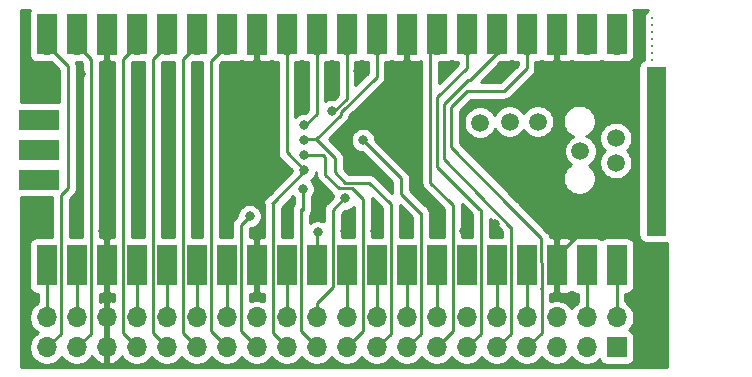
<source format=gbr>
G04 #@! TF.GenerationSoftware,KiCad,Pcbnew,5.1.5+dfsg1-2build2*
G04 #@! TF.CreationDate,2023-09-14T16:19:52+02:00*
G04 #@! TF.ProjectId,CCS_pico_board_2,4343535f-7069-4636-9f5f-626f6172645f,rev?*
G04 #@! TF.SameCoordinates,Original*
G04 #@! TF.FileFunction,Copper,L1,Top*
G04 #@! TF.FilePolarity,Positive*
%FSLAX46Y46*%
G04 Gerber Fmt 4.6, Leading zero omitted, Abs format (unit mm)*
G04 Created by KiCad (PCBNEW 5.1.5+dfsg1-2build2) date 2023-09-14 16:19:52*
%MOMM*%
%LPD*%
G04 APERTURE LIST*
%ADD10C,0.100000*%
%ADD11O,1.700000X1.700000*%
%ADD12R,3.500000X1.700000*%
%ADD13R,1.700000X1.700000*%
%ADD14O,0.100000X0.100000*%
%ADD15C,0.200000*%
%ADD16R,1.700000X3.500000*%
%ADD17C,1.500000*%
%ADD18C,0.800000*%
%ADD19C,0.250000*%
%ADD20C,0.500000*%
%ADD21C,1.000000*%
%ADD22C,0.254000*%
G04 APERTURE END LIST*
D10*
G36*
X85200000Y-94200000D02*
G01*
X83600000Y-94200000D01*
X83600000Y-80000000D01*
X85200000Y-80000000D01*
X85200000Y-94200000D01*
G37*
X85200000Y-94200000D02*
X83600000Y-94200000D01*
X83600000Y-80000000D01*
X85200000Y-80000000D01*
X85200000Y-94200000D01*
D11*
X33029020Y-89535000D03*
D12*
X32129020Y-89535000D03*
D13*
X33029020Y-86995000D03*
D12*
X32129020Y-86995000D03*
D11*
X33029020Y-84455000D03*
D12*
X32129020Y-84455000D03*
D14*
X91000000Y-91600000D03*
D15*
X84100000Y-76400000D03*
D16*
X32799020Y-96785000D03*
X35339020Y-96785000D03*
X37879020Y-96785000D03*
X40419020Y-96785000D03*
X42959020Y-96785000D03*
X45499020Y-96785000D03*
X48039020Y-96785000D03*
X50579020Y-96785000D03*
X53119020Y-96785000D03*
X55659020Y-96785000D03*
X58199020Y-96785000D03*
X60739020Y-96785000D03*
X63279020Y-96785000D03*
X65819020Y-96785000D03*
X68359020Y-96785000D03*
X70899020Y-96785000D03*
X73439020Y-96785000D03*
X75979020Y-96785000D03*
X78519020Y-96785000D03*
X81059020Y-96785000D03*
X32799020Y-77205000D03*
X35339020Y-77205000D03*
X37879020Y-77205000D03*
X40419020Y-77205000D03*
X42959020Y-77205000D03*
X45499020Y-77205000D03*
X48039020Y-77205000D03*
X50579020Y-77205000D03*
X53119020Y-77205000D03*
X55659020Y-77205000D03*
X58199020Y-77205000D03*
X60739020Y-77205000D03*
X63279020Y-77205000D03*
X65819020Y-77205000D03*
X68359020Y-77205000D03*
X70899020Y-77205000D03*
X73439020Y-77205000D03*
X75979020Y-77205000D03*
X78519020Y-77205000D03*
X81059020Y-77205000D03*
D11*
X81059020Y-95885000D03*
X78519020Y-95885000D03*
D13*
X75979020Y-95885000D03*
D11*
X73439020Y-95885000D03*
X70899020Y-95885000D03*
X68359020Y-95885000D03*
X65819020Y-95885000D03*
D13*
X63279020Y-95885000D03*
D11*
X60739020Y-95885000D03*
X58199020Y-95885000D03*
X55659020Y-95885000D03*
X53119020Y-95885000D03*
D13*
X50579020Y-95885000D03*
D11*
X48039020Y-95885000D03*
X45499020Y-95885000D03*
X42959020Y-95885000D03*
X40419020Y-95885000D03*
D13*
X37879020Y-95885000D03*
D11*
X35339020Y-95885000D03*
X32799020Y-95885000D03*
X32799020Y-78105000D03*
X35339020Y-78105000D03*
D13*
X37879020Y-78105000D03*
D11*
X40419020Y-78105000D03*
X42959020Y-78105000D03*
X45499020Y-78105000D03*
X48039020Y-78105000D03*
D13*
X50579020Y-78105000D03*
D11*
X53119020Y-78105000D03*
X55659020Y-78105000D03*
X58199020Y-78105000D03*
X60739020Y-78105000D03*
D13*
X63279020Y-78105000D03*
D11*
X65819020Y-78105000D03*
X68359020Y-78105000D03*
X70899020Y-78105000D03*
X73439020Y-78105000D03*
D13*
X75979020Y-78105000D03*
D11*
X78519020Y-78105000D03*
X81059020Y-78105000D03*
D15*
X84100000Y-77000000D03*
X84100000Y-77600000D03*
X84100000Y-78800000D03*
X84100000Y-79400000D03*
X84100000Y-75800000D03*
X84100000Y-78200000D03*
D17*
X78000000Y-87100000D03*
X74400000Y-84600000D03*
X72000000Y-84600000D03*
X81000000Y-86000000D03*
X81000000Y-88100000D03*
X69500000Y-84700000D03*
D11*
X32815000Y-101185000D03*
X32815000Y-103725000D03*
X35355000Y-101185000D03*
X35355000Y-103725000D03*
X37895000Y-101185000D03*
X37895000Y-103725000D03*
X40435000Y-101185000D03*
X40435000Y-103725000D03*
X42975000Y-101185000D03*
X42975000Y-103725000D03*
X45515000Y-101185000D03*
X45515000Y-103725000D03*
X48055000Y-101185000D03*
X48055000Y-103725000D03*
X50595000Y-101185000D03*
X50595000Y-103725000D03*
X53135000Y-101185000D03*
X53135000Y-103725000D03*
X55675000Y-101185000D03*
X55675000Y-103725000D03*
X58215000Y-101185000D03*
X58215000Y-103725000D03*
X60755000Y-101185000D03*
X60755000Y-103725000D03*
X63295000Y-101185000D03*
X63295000Y-103725000D03*
X65835000Y-101185000D03*
X65835000Y-103725000D03*
X68375000Y-101185000D03*
X68375000Y-103725000D03*
X70915000Y-101185000D03*
X70915000Y-103725000D03*
X73455000Y-101185000D03*
X73455000Y-103725000D03*
X75995000Y-101185000D03*
X75995000Y-103725000D03*
X78535000Y-101185000D03*
X78535000Y-103725000D03*
X81075000Y-101185000D03*
D13*
X81075000Y-103725000D03*
D18*
X78500000Y-93500000D03*
X81250000Y-93500000D03*
X81750000Y-80750000D03*
X33291780Y-80545940D03*
X35725100Y-80545940D03*
X38011100Y-80545940D03*
X40548560Y-80243680D03*
X43235880Y-80243680D03*
X45671740Y-80243680D03*
X70995540Y-80396080D03*
X40358900Y-93891100D03*
X43108900Y-93891100D03*
X45608900Y-93891100D03*
X48108900Y-93891100D03*
X50608900Y-93891100D03*
X53108900Y-93891100D03*
X55775000Y-92550000D03*
X58108900Y-93891100D03*
X60608900Y-93891100D03*
X63358900Y-93891100D03*
X65858900Y-93891100D03*
X68108900Y-93891100D03*
X54154720Y-80345280D03*
X56904720Y-80345280D03*
X59154720Y-80345280D03*
X66353920Y-80396080D03*
X37608900Y-93891100D03*
X35358900Y-93891100D03*
X33000000Y-92500000D03*
X70750000Y-93250000D03*
X50000000Y-92600000D03*
X54625000Y-88705000D03*
X55775000Y-93975000D03*
X54625000Y-86165000D03*
X59575000Y-86165000D03*
X58100000Y-91100000D03*
X54625000Y-84895000D03*
X54484019Y-90315981D03*
X54625000Y-87435000D03*
X56978778Y-83718127D03*
D19*
X32815000Y-95900980D02*
X32799020Y-95885000D01*
X32815000Y-101185000D02*
X32815000Y-95900980D01*
D20*
X35364420Y-95910400D02*
X35339020Y-95885000D01*
D19*
X35355000Y-95900980D02*
X35339020Y-95885000D01*
X35355000Y-101185000D02*
X35355000Y-95900980D01*
X36530001Y-102549999D02*
X36530001Y-79295981D01*
X36530001Y-79295981D02*
X36222010Y-78987990D01*
X35355000Y-103725000D02*
X36530001Y-102549999D01*
X36222010Y-78987990D02*
X35339020Y-78105000D01*
X36514021Y-79280001D02*
X36222010Y-78987990D01*
D21*
X37879020Y-95885000D02*
X37904420Y-95910400D01*
D19*
X76115000Y-95885000D02*
X78500000Y-93500000D01*
X75979020Y-95885000D02*
X76115000Y-95885000D01*
X78500000Y-93500000D02*
X81250000Y-93500000D01*
X75979020Y-84729020D02*
X76000000Y-84708040D01*
X75979020Y-95885000D02*
X75979020Y-84729020D01*
X81750000Y-80750000D02*
X81350001Y-81149999D01*
X75979020Y-84729020D02*
X75979020Y-82270980D01*
X77000000Y-81250000D02*
X78250000Y-81250000D01*
X75979020Y-82270980D02*
X77000000Y-81250000D01*
X81350001Y-81149999D02*
X78250000Y-81250000D01*
X40435000Y-95900980D02*
X40419020Y-95885000D01*
X40435000Y-101185000D02*
X40435000Y-95900980D01*
X39244019Y-79280001D02*
X40419020Y-78105000D01*
X39244019Y-102534019D02*
X39244019Y-79280001D01*
X40435000Y-103725000D02*
X39244019Y-102534019D01*
D20*
X42984420Y-95910400D02*
X42959020Y-95885000D01*
D19*
X42975000Y-95900980D02*
X42959020Y-95885000D01*
X42975000Y-101185000D02*
X42975000Y-95900980D01*
X41784019Y-79280001D02*
X42959020Y-78105000D01*
X41784019Y-102534019D02*
X42975000Y-103725000D01*
X41784019Y-79280001D02*
X41784019Y-102534019D01*
D20*
X45524420Y-95910400D02*
X45499020Y-95885000D01*
D19*
X45515000Y-95900980D02*
X45499020Y-95885000D01*
X45515000Y-101185000D02*
X45515000Y-95900980D01*
X44665001Y-102875001D02*
X45515000Y-103725000D01*
X44324019Y-102534019D02*
X44665001Y-102875001D01*
X44324019Y-79280001D02*
X44324019Y-102534019D01*
X45499020Y-78105000D02*
X44324019Y-79280001D01*
X48055000Y-99982919D02*
X48039020Y-99966939D01*
X48039020Y-99966939D02*
X48039020Y-95885000D01*
X48055000Y-101185000D02*
X48055000Y-99982919D01*
X46864019Y-79280001D02*
X48039020Y-78105000D01*
X46690001Y-79454019D02*
X46864019Y-79280001D01*
X46690001Y-102360001D02*
X46690001Y-79454019D01*
X48055000Y-103725000D02*
X46690001Y-102360001D01*
X49230001Y-93369999D02*
X49330000Y-93270000D01*
X49230001Y-102360001D02*
X49230001Y-93369999D01*
X50595000Y-103725000D02*
X49230001Y-102360001D01*
X49330000Y-93270000D02*
X50000000Y-92600000D01*
X49239421Y-93360579D02*
X49330000Y-93270000D01*
D20*
X53144420Y-95910400D02*
X53119020Y-95885000D01*
D19*
X53135000Y-95900980D02*
X53119020Y-95885000D01*
X53135000Y-101185000D02*
X53135000Y-95900980D01*
X54625000Y-88775000D02*
X54625000Y-88705000D01*
X54625000Y-88705000D02*
X53120000Y-87200000D01*
X53120000Y-82181960D02*
X53119020Y-82180980D01*
X53120000Y-87200000D02*
X53120000Y-82181960D01*
X53119020Y-82180980D02*
X53119020Y-78105000D01*
X53119020Y-83375500D02*
X53119020Y-82180980D01*
X51944019Y-91575981D02*
X52080000Y-91440000D01*
X53135000Y-103725000D02*
X51944019Y-102534019D01*
X52080000Y-91440000D02*
X54625000Y-88775000D01*
X51944019Y-102534019D02*
X51944019Y-91575981D01*
X51920140Y-91479860D02*
X52080000Y-91440000D01*
D20*
X55684420Y-95910400D02*
X55659020Y-95885000D01*
D19*
X55659020Y-94090980D02*
X55775000Y-93975000D01*
X55659020Y-95885000D02*
X55659020Y-94090980D01*
X60739020Y-80794860D02*
X57701180Y-83832700D01*
X60739020Y-78105000D02*
X60739020Y-80794860D01*
X60100000Y-89800000D02*
X58100000Y-89800000D01*
X58100000Y-89800000D02*
X57200000Y-88900000D01*
X57200000Y-87670330D02*
X55629670Y-86100000D01*
X57200000Y-88900000D02*
X57200000Y-87670330D01*
X54690000Y-86100000D02*
X54625000Y-86165000D01*
X55629670Y-86100000D02*
X54690000Y-86100000D01*
X57701180Y-84021030D02*
X55629670Y-86092540D01*
X55629670Y-86092540D02*
X55629670Y-86100000D01*
X57701180Y-83832700D02*
X57701180Y-84021030D01*
X61930001Y-91600001D02*
X61840000Y-91510000D01*
X61930001Y-102549999D02*
X61930001Y-91600001D01*
X60755000Y-103725000D02*
X61930001Y-102549999D01*
X61840000Y-91510000D02*
X60100000Y-89800000D01*
X61930001Y-91789999D02*
X61930001Y-91600001D01*
D20*
X60764420Y-95910400D02*
X60739020Y-95885000D01*
D19*
X60755000Y-95900980D02*
X60739020Y-95885000D01*
X60755000Y-101185000D02*
X60755000Y-95900980D01*
D20*
X63304420Y-95910400D02*
X63279020Y-95885000D01*
D19*
X63295000Y-99982919D02*
X63279020Y-99966939D01*
X63279020Y-99966939D02*
X63279020Y-95885000D01*
X63295000Y-101185000D02*
X63295000Y-99982919D01*
X62800000Y-90741158D02*
X62800000Y-89400000D01*
X59575000Y-86175000D02*
X59575000Y-86165000D01*
X62800000Y-89400000D02*
X59575000Y-86175000D01*
X64470001Y-92340001D02*
X64350000Y-92220000D01*
X64470001Y-102549999D02*
X64470001Y-92340001D01*
X63295000Y-103725000D02*
X64470001Y-102549999D01*
X64350000Y-92220000D02*
X62800000Y-90741158D01*
X64479421Y-92420579D02*
X64350000Y-92220000D01*
D20*
X65844420Y-95910400D02*
X65819020Y-95885000D01*
D19*
X65819020Y-99966939D02*
X65819020Y-95885000D01*
X65835000Y-99982919D02*
X65819020Y-99966939D01*
X65835000Y-101185000D02*
X65835000Y-99982919D01*
X65234820Y-78689200D02*
X65819020Y-78105000D01*
X65300000Y-89761158D02*
X65300000Y-89200000D01*
X65300000Y-89200000D02*
X65234820Y-78689200D01*
X65234820Y-89443560D02*
X65300000Y-89200000D01*
X67184019Y-91654019D02*
X66960000Y-91430000D01*
X67184019Y-102375981D02*
X67184019Y-91654019D01*
X66960000Y-91430000D02*
X65300000Y-89761158D01*
X65835000Y-103725000D02*
X67184019Y-102375981D01*
X67019421Y-91480579D02*
X66960000Y-91430000D01*
D20*
X68384420Y-95910400D02*
X68359020Y-95885000D01*
D19*
X68359020Y-80081120D02*
X68359020Y-78105000D01*
X65895220Y-82544920D02*
X68359020Y-80081120D01*
X65895220Y-88483440D02*
X65895220Y-82544920D01*
X69550001Y-92080001D02*
X69440000Y-91970000D01*
X69550001Y-102549999D02*
X69550001Y-92080001D01*
X69440000Y-91970000D02*
X65895220Y-88483440D01*
X68375000Y-103725000D02*
X69550001Y-102549999D01*
X70915000Y-95900980D02*
X70899020Y-95885000D01*
X70915000Y-101185000D02*
X70915000Y-95900980D01*
D21*
X70899020Y-103934260D02*
X70924420Y-103959660D01*
D19*
X66451480Y-86161880D02*
X66454020Y-86159340D01*
X66451480Y-87734140D02*
X66451480Y-86161880D01*
X66454020Y-86159340D02*
X66454020Y-83113880D01*
X66454020Y-83113880D02*
X68480940Y-81086960D01*
X68480940Y-81086960D02*
X68628260Y-81086960D01*
X70899020Y-78816200D02*
X70899020Y-78105000D01*
X68628260Y-81086960D02*
X70899020Y-78816200D01*
X69500000Y-90900000D02*
X66451480Y-87734140D01*
X69500000Y-90926998D02*
X69500000Y-90900000D01*
X72090001Y-93550001D02*
X72040000Y-93500000D01*
X72090001Y-102549999D02*
X72090001Y-93550001D01*
X70915000Y-103725000D02*
X72090001Y-102549999D01*
X72040000Y-93500000D02*
X69500000Y-90926998D01*
D20*
X73464420Y-95910400D02*
X73439020Y-95885000D01*
D19*
X73439020Y-99966939D02*
X73439020Y-95885000D01*
X73455000Y-99982919D02*
X73439020Y-99966939D01*
X73455000Y-101185000D02*
X73455000Y-99982919D01*
X71549260Y-81981040D02*
X73439020Y-80091280D01*
X73439020Y-80091280D02*
X73439020Y-78105000D01*
X68407280Y-81981040D02*
X71549260Y-81981040D01*
X67035680Y-83352640D02*
X68407280Y-81981040D01*
X67035680Y-86748620D02*
X67035680Y-83352640D01*
X74700000Y-94500000D02*
X72100000Y-91900000D01*
X72100000Y-91900000D02*
X67035680Y-86748620D01*
X72264019Y-91976959D02*
X72100000Y-91900000D01*
X74710000Y-102470000D02*
X74710000Y-98490000D01*
X73455000Y-103725000D02*
X74710000Y-102470000D01*
X74710000Y-98490000D02*
X74700000Y-94500000D01*
X74700000Y-98770182D02*
X74710000Y-98490000D01*
X78535000Y-95900980D02*
X78519020Y-95885000D01*
X78535000Y-101185000D02*
X78535000Y-95900980D01*
D21*
X78519020Y-103934260D02*
X78544420Y-103959660D01*
D19*
X81059020Y-99966939D02*
X81059020Y-95885000D01*
X81075000Y-99982919D02*
X81059020Y-99966939D01*
X81075000Y-101185000D02*
X81075000Y-99982919D01*
D21*
X81059020Y-103934260D02*
X81084420Y-103959660D01*
D19*
X58000000Y-91100000D02*
X58100000Y-91100000D01*
X57024019Y-92075981D02*
X58000000Y-91100000D01*
X57024019Y-98633900D02*
X57024019Y-92075981D01*
X55675000Y-99982919D02*
X57024019Y-98633900D01*
X55675000Y-101185000D02*
X55675000Y-99982919D01*
X55646320Y-78117700D02*
X55659020Y-78105000D01*
X55659020Y-78105000D02*
X55659020Y-83940980D01*
X54705000Y-84895000D02*
X54625000Y-84895000D01*
X55659020Y-83940980D02*
X54705000Y-84895000D01*
X54484019Y-92115981D02*
X54484019Y-91941901D01*
X54310001Y-102360001D02*
X54310001Y-92048037D01*
X55675000Y-103725000D02*
X54310001Y-102360001D01*
X54484019Y-91874019D02*
X54484019Y-90315981D01*
X54310001Y-92048037D02*
X54484019Y-91874019D01*
X54484019Y-92115981D02*
X54484019Y-91874019D01*
X58199020Y-82698450D02*
X57012840Y-83884630D01*
X58199020Y-78105000D02*
X58199020Y-82698450D01*
X58215000Y-103725000D02*
X59564019Y-102375981D01*
X56400000Y-87600000D02*
X56200000Y-87400000D01*
X58650010Y-90250010D02*
X57550010Y-90250010D01*
X56400000Y-89100000D02*
X56400000Y-87600000D01*
X57550010Y-90250010D02*
X56400000Y-89100000D01*
X59400000Y-90990000D02*
X58650010Y-90250010D01*
X56200000Y-87400000D02*
X54660000Y-87400000D01*
X59564019Y-91524019D02*
X59564019Y-91154019D01*
X54660000Y-87400000D02*
X54625000Y-87435000D01*
X59564019Y-91154019D02*
X59400000Y-90990000D01*
X59564019Y-102375981D02*
X59564019Y-91524019D01*
X59564019Y-91524019D02*
X59564019Y-91324019D01*
X34627820Y-79933800D02*
X32799020Y-78105000D01*
X34627820Y-90221202D02*
X34627820Y-79933800D01*
X33990001Y-90859021D02*
X34627820Y-90221202D01*
X33990001Y-102549999D02*
X33990001Y-90859021D01*
X32815000Y-103725000D02*
X33990001Y-102549999D01*
D20*
X58224420Y-95910400D02*
X58199020Y-95885000D01*
D19*
X58215000Y-95900980D02*
X58199020Y-95885000D01*
X58215000Y-101185000D02*
X58215000Y-95900980D01*
D22*
G36*
X83631465Y-75229088D02*
G01*
X83529088Y-75331465D01*
X83448652Y-75451847D01*
X83393246Y-75585609D01*
X83365000Y-75727609D01*
X83365000Y-75872391D01*
X83393246Y-76014391D01*
X83428706Y-76100000D01*
X83393246Y-76185609D01*
X83365000Y-76327609D01*
X83365000Y-76472391D01*
X83393246Y-76614391D01*
X83428706Y-76700000D01*
X83393246Y-76785609D01*
X83365000Y-76927609D01*
X83365000Y-77072391D01*
X83393246Y-77214391D01*
X83428706Y-77300000D01*
X83393246Y-77385609D01*
X83365000Y-77527609D01*
X83365000Y-77672391D01*
X83393246Y-77814391D01*
X83428706Y-77900000D01*
X83393246Y-77985609D01*
X83365000Y-78127609D01*
X83365000Y-78272391D01*
X83393246Y-78414391D01*
X83428706Y-78500000D01*
X83393246Y-78585609D01*
X83365000Y-78727609D01*
X83365000Y-78872391D01*
X83393246Y-79014391D01*
X83428706Y-79100000D01*
X83393246Y-79185609D01*
X83365000Y-79327609D01*
X83365000Y-79358520D01*
X83343394Y-79364879D01*
X83341264Y-79365992D01*
X83338967Y-79366686D01*
X83282114Y-79396916D01*
X83224919Y-79426816D01*
X83223045Y-79428323D01*
X83220927Y-79429449D01*
X83171014Y-79470157D01*
X83120731Y-79510586D01*
X83119187Y-79512427D01*
X83117326Y-79513944D01*
X83076234Y-79563616D01*
X83034797Y-79612998D01*
X83033640Y-79615102D01*
X83032109Y-79616953D01*
X83001459Y-79673639D01*
X82970392Y-79730150D01*
X82969665Y-79732442D01*
X82968524Y-79734552D01*
X82949476Y-79796084D01*
X82929969Y-79857580D01*
X82929701Y-79859968D01*
X82928991Y-79862262D01*
X82922254Y-79926366D01*
X82915067Y-79990436D01*
X82915035Y-79995050D01*
X82915017Y-79995218D01*
X82915032Y-79995386D01*
X82915000Y-80000000D01*
X82915000Y-94200000D01*
X82921290Y-94264145D01*
X82927133Y-94328356D01*
X82927812Y-94330662D01*
X82928046Y-94333051D01*
X82946666Y-94394723D01*
X82964879Y-94456606D01*
X82965992Y-94458736D01*
X82966686Y-94461033D01*
X82996916Y-94517886D01*
X83026816Y-94575081D01*
X83028323Y-94576955D01*
X83029449Y-94579073D01*
X83070157Y-94628986D01*
X83110586Y-94679269D01*
X83112427Y-94680813D01*
X83113944Y-94682674D01*
X83163616Y-94723766D01*
X83212998Y-94765203D01*
X83215102Y-94766360D01*
X83216953Y-94767891D01*
X83273639Y-94798541D01*
X83330150Y-94829608D01*
X83332442Y-94830335D01*
X83334552Y-94831476D01*
X83396084Y-94850524D01*
X83457580Y-94870031D01*
X83459968Y-94870299D01*
X83462262Y-94871009D01*
X83526366Y-94877746D01*
X83590436Y-94884933D01*
X83595050Y-94884965D01*
X83595218Y-94884983D01*
X83595386Y-94884968D01*
X83600000Y-94885000D01*
X85200000Y-94885000D01*
X85264145Y-94878710D01*
X85328356Y-94872867D01*
X85330662Y-94872188D01*
X85333051Y-94871954D01*
X85340000Y-94869856D01*
X85340000Y-105340000D01*
X30660000Y-105340000D01*
X30660000Y-91023072D01*
X33230002Y-91023072D01*
X33230002Y-94396928D01*
X31949020Y-94396928D01*
X31824538Y-94409188D01*
X31704840Y-94445498D01*
X31594526Y-94504463D01*
X31497835Y-94583815D01*
X31418483Y-94680506D01*
X31359518Y-94790820D01*
X31323208Y-94910518D01*
X31310948Y-95035000D01*
X31310948Y-98535000D01*
X31323208Y-98659482D01*
X31359518Y-98779180D01*
X31418483Y-98889494D01*
X31497835Y-98986185D01*
X31594526Y-99065537D01*
X31704840Y-99124502D01*
X31824538Y-99160812D01*
X31949020Y-99173072D01*
X32055000Y-99173072D01*
X32055000Y-99906821D01*
X31868368Y-100031525D01*
X31661525Y-100238368D01*
X31499010Y-100481589D01*
X31387068Y-100751842D01*
X31330000Y-101038740D01*
X31330000Y-101331260D01*
X31387068Y-101618158D01*
X31499010Y-101888411D01*
X31661525Y-102131632D01*
X31868368Y-102338475D01*
X32042760Y-102455000D01*
X31868368Y-102571525D01*
X31661525Y-102778368D01*
X31499010Y-103021589D01*
X31387068Y-103291842D01*
X31330000Y-103578740D01*
X31330000Y-103871260D01*
X31387068Y-104158158D01*
X31499010Y-104428411D01*
X31661525Y-104671632D01*
X31868368Y-104878475D01*
X32111589Y-105040990D01*
X32381842Y-105152932D01*
X32668740Y-105210000D01*
X32961260Y-105210000D01*
X33248158Y-105152932D01*
X33518411Y-105040990D01*
X33761632Y-104878475D01*
X33968475Y-104671632D01*
X34085000Y-104497240D01*
X34201525Y-104671632D01*
X34408368Y-104878475D01*
X34651589Y-105040990D01*
X34921842Y-105152932D01*
X35208740Y-105210000D01*
X35501260Y-105210000D01*
X35788158Y-105152932D01*
X36058411Y-105040990D01*
X36301632Y-104878475D01*
X36508475Y-104671632D01*
X36630195Y-104489466D01*
X36699822Y-104606355D01*
X36894731Y-104822588D01*
X37128080Y-104996641D01*
X37390901Y-105121825D01*
X37538110Y-105166476D01*
X37768000Y-105045155D01*
X37768000Y-103852000D01*
X37748000Y-103852000D01*
X37748000Y-103598000D01*
X37768000Y-103598000D01*
X37768000Y-101312000D01*
X37748000Y-101312000D01*
X37748000Y-101058000D01*
X37768000Y-101058000D01*
X37768000Y-99864845D01*
X37538110Y-99743524D01*
X37390901Y-99788175D01*
X37290001Y-99836235D01*
X37290001Y-99171651D01*
X37593270Y-99170000D01*
X37752020Y-99011250D01*
X37752020Y-94558750D01*
X37593270Y-94400000D01*
X37290001Y-94398349D01*
X37290001Y-79591651D01*
X37593270Y-79590000D01*
X37752020Y-79431250D01*
X37752020Y-77058000D01*
X38006020Y-77058000D01*
X38006020Y-79431250D01*
X38164770Y-79590000D01*
X38484020Y-79591738D01*
X38484019Y-94398262D01*
X38164770Y-94400000D01*
X38006020Y-94558750D01*
X38006020Y-99011250D01*
X38164770Y-99170000D01*
X38484019Y-99171738D01*
X38484019Y-99828623D01*
X38399099Y-99788175D01*
X38251890Y-99743524D01*
X38022000Y-99864845D01*
X38022000Y-101058000D01*
X38042000Y-101058000D01*
X38042000Y-101312000D01*
X38022000Y-101312000D01*
X38022000Y-103598000D01*
X38042000Y-103598000D01*
X38042000Y-103852000D01*
X38022000Y-103852000D01*
X38022000Y-105045155D01*
X38251890Y-105166476D01*
X38399099Y-105121825D01*
X38661920Y-104996641D01*
X38895269Y-104822588D01*
X39090178Y-104606355D01*
X39159805Y-104489466D01*
X39281525Y-104671632D01*
X39488368Y-104878475D01*
X39731589Y-105040990D01*
X40001842Y-105152932D01*
X40288740Y-105210000D01*
X40581260Y-105210000D01*
X40868158Y-105152932D01*
X41138411Y-105040990D01*
X41381632Y-104878475D01*
X41588475Y-104671632D01*
X41705000Y-104497240D01*
X41821525Y-104671632D01*
X42028368Y-104878475D01*
X42271589Y-105040990D01*
X42541842Y-105152932D01*
X42828740Y-105210000D01*
X43121260Y-105210000D01*
X43408158Y-105152932D01*
X43678411Y-105040990D01*
X43921632Y-104878475D01*
X44128475Y-104671632D01*
X44245000Y-104497240D01*
X44361525Y-104671632D01*
X44568368Y-104878475D01*
X44811589Y-105040990D01*
X45081842Y-105152932D01*
X45368740Y-105210000D01*
X45661260Y-105210000D01*
X45948158Y-105152932D01*
X46218411Y-105040990D01*
X46461632Y-104878475D01*
X46668475Y-104671632D01*
X46785000Y-104497240D01*
X46901525Y-104671632D01*
X47108368Y-104878475D01*
X47351589Y-105040990D01*
X47621842Y-105152932D01*
X47908740Y-105210000D01*
X48201260Y-105210000D01*
X48488158Y-105152932D01*
X48758411Y-105040990D01*
X49001632Y-104878475D01*
X49208475Y-104671632D01*
X49325000Y-104497240D01*
X49441525Y-104671632D01*
X49648368Y-104878475D01*
X49891589Y-105040990D01*
X50161842Y-105152932D01*
X50448740Y-105210000D01*
X50741260Y-105210000D01*
X51028158Y-105152932D01*
X51298411Y-105040990D01*
X51541632Y-104878475D01*
X51748475Y-104671632D01*
X51865000Y-104497240D01*
X51981525Y-104671632D01*
X52188368Y-104878475D01*
X52431589Y-105040990D01*
X52701842Y-105152932D01*
X52988740Y-105210000D01*
X53281260Y-105210000D01*
X53568158Y-105152932D01*
X53838411Y-105040990D01*
X54081632Y-104878475D01*
X54288475Y-104671632D01*
X54405000Y-104497240D01*
X54521525Y-104671632D01*
X54728368Y-104878475D01*
X54971589Y-105040990D01*
X55241842Y-105152932D01*
X55528740Y-105210000D01*
X55821260Y-105210000D01*
X56108158Y-105152932D01*
X56378411Y-105040990D01*
X56621632Y-104878475D01*
X56828475Y-104671632D01*
X56945000Y-104497240D01*
X57061525Y-104671632D01*
X57268368Y-104878475D01*
X57511589Y-105040990D01*
X57781842Y-105152932D01*
X58068740Y-105210000D01*
X58361260Y-105210000D01*
X58648158Y-105152932D01*
X58918411Y-105040990D01*
X59161632Y-104878475D01*
X59368475Y-104671632D01*
X59485000Y-104497240D01*
X59601525Y-104671632D01*
X59808368Y-104878475D01*
X60051589Y-105040990D01*
X60321842Y-105152932D01*
X60608740Y-105210000D01*
X60901260Y-105210000D01*
X61188158Y-105152932D01*
X61458411Y-105040990D01*
X61701632Y-104878475D01*
X61908475Y-104671632D01*
X62025000Y-104497240D01*
X62141525Y-104671632D01*
X62348368Y-104878475D01*
X62591589Y-105040990D01*
X62861842Y-105152932D01*
X63148740Y-105210000D01*
X63441260Y-105210000D01*
X63728158Y-105152932D01*
X63998411Y-105040990D01*
X64241632Y-104878475D01*
X64448475Y-104671632D01*
X64565000Y-104497240D01*
X64681525Y-104671632D01*
X64888368Y-104878475D01*
X65131589Y-105040990D01*
X65401842Y-105152932D01*
X65688740Y-105210000D01*
X65981260Y-105210000D01*
X66268158Y-105152932D01*
X66538411Y-105040990D01*
X66781632Y-104878475D01*
X66988475Y-104671632D01*
X67105000Y-104497240D01*
X67221525Y-104671632D01*
X67428368Y-104878475D01*
X67671589Y-105040990D01*
X67941842Y-105152932D01*
X68228740Y-105210000D01*
X68521260Y-105210000D01*
X68808158Y-105152932D01*
X69078411Y-105040990D01*
X69321632Y-104878475D01*
X69528475Y-104671632D01*
X69645000Y-104497240D01*
X69761525Y-104671632D01*
X69968368Y-104878475D01*
X70211589Y-105040990D01*
X70481842Y-105152932D01*
X70768740Y-105210000D01*
X71061260Y-105210000D01*
X71348158Y-105152932D01*
X71618411Y-105040990D01*
X71861632Y-104878475D01*
X72068475Y-104671632D01*
X72185000Y-104497240D01*
X72301525Y-104671632D01*
X72508368Y-104878475D01*
X72751589Y-105040990D01*
X73021842Y-105152932D01*
X73308740Y-105210000D01*
X73601260Y-105210000D01*
X73888158Y-105152932D01*
X74158411Y-105040990D01*
X74401632Y-104878475D01*
X74608475Y-104671632D01*
X74725000Y-104497240D01*
X74841525Y-104671632D01*
X75048368Y-104878475D01*
X75291589Y-105040990D01*
X75561842Y-105152932D01*
X75848740Y-105210000D01*
X76141260Y-105210000D01*
X76428158Y-105152932D01*
X76698411Y-105040990D01*
X76941632Y-104878475D01*
X77148475Y-104671632D01*
X77265000Y-104497240D01*
X77381525Y-104671632D01*
X77588368Y-104878475D01*
X77831589Y-105040990D01*
X78101842Y-105152932D01*
X78388740Y-105210000D01*
X78681260Y-105210000D01*
X78968158Y-105152932D01*
X79238411Y-105040990D01*
X79481632Y-104878475D01*
X79613487Y-104746620D01*
X79635498Y-104819180D01*
X79694463Y-104929494D01*
X79773815Y-105026185D01*
X79870506Y-105105537D01*
X79980820Y-105164502D01*
X80100518Y-105200812D01*
X80225000Y-105213072D01*
X81925000Y-105213072D01*
X82049482Y-105200812D01*
X82169180Y-105164502D01*
X82279494Y-105105537D01*
X82376185Y-105026185D01*
X82455537Y-104929494D01*
X82514502Y-104819180D01*
X82550812Y-104699482D01*
X82563072Y-104575000D01*
X82563072Y-102875000D01*
X82550812Y-102750518D01*
X82514502Y-102630820D01*
X82455537Y-102520506D01*
X82376185Y-102423815D01*
X82279494Y-102344463D01*
X82169180Y-102285498D01*
X82096620Y-102263487D01*
X82228475Y-102131632D01*
X82390990Y-101888411D01*
X82502932Y-101618158D01*
X82560000Y-101331260D01*
X82560000Y-101038740D01*
X82502932Y-100751842D01*
X82390990Y-100481589D01*
X82228475Y-100238368D01*
X82021632Y-100031525D01*
X81830913Y-99904091D01*
X81824003Y-99833933D01*
X81819020Y-99817506D01*
X81819020Y-99173072D01*
X81909020Y-99173072D01*
X82033502Y-99160812D01*
X82153200Y-99124502D01*
X82263514Y-99065537D01*
X82360205Y-98986185D01*
X82439557Y-98889494D01*
X82498522Y-98779180D01*
X82534832Y-98659482D01*
X82547092Y-98535000D01*
X82547092Y-95035000D01*
X82534832Y-94910518D01*
X82498522Y-94790820D01*
X82439557Y-94680506D01*
X82360205Y-94583815D01*
X82263514Y-94504463D01*
X82153200Y-94445498D01*
X82033502Y-94409188D01*
X81909020Y-94396928D01*
X80209020Y-94396928D01*
X80084538Y-94409188D01*
X79964840Y-94445498D01*
X79854526Y-94504463D01*
X79789020Y-94558222D01*
X79723514Y-94504463D01*
X79613200Y-94445498D01*
X79493502Y-94409188D01*
X79369020Y-94396928D01*
X77669020Y-94396928D01*
X77544538Y-94409188D01*
X77424840Y-94445498D01*
X77314526Y-94504463D01*
X77249020Y-94558222D01*
X77183514Y-94504463D01*
X77073200Y-94445498D01*
X76953502Y-94409188D01*
X76829020Y-94396928D01*
X76264770Y-94400000D01*
X76106020Y-94558750D01*
X76106020Y-99011250D01*
X76264770Y-99170000D01*
X76829020Y-99173072D01*
X76953502Y-99160812D01*
X77073200Y-99124502D01*
X77183514Y-99065537D01*
X77249020Y-99011778D01*
X77314526Y-99065537D01*
X77424840Y-99124502D01*
X77544538Y-99160812D01*
X77669020Y-99173072D01*
X77775000Y-99173072D01*
X77775000Y-99906821D01*
X77588368Y-100031525D01*
X77381525Y-100238368D01*
X77265000Y-100412760D01*
X77148475Y-100238368D01*
X76941632Y-100031525D01*
X76698411Y-99869010D01*
X76428158Y-99757068D01*
X76141260Y-99700000D01*
X75848740Y-99700000D01*
X75561842Y-99757068D01*
X75470000Y-99795110D01*
X75470000Y-99171216D01*
X75693270Y-99170000D01*
X75852020Y-99011250D01*
X75852020Y-94558750D01*
X75693270Y-94400000D01*
X75453698Y-94398696D01*
X75449002Y-94351013D01*
X75448724Y-94350096D01*
X75448627Y-94349138D01*
X75427012Y-94278518D01*
X75405546Y-94207753D01*
X75405092Y-94206903D01*
X75404811Y-94205986D01*
X75369872Y-94141013D01*
X75334973Y-94075723D01*
X75334362Y-94074979D01*
X75333908Y-94074134D01*
X75287083Y-94017368D01*
X75263799Y-93988997D01*
X75263117Y-93988315D01*
X75238645Y-93958648D01*
X75210334Y-93935532D01*
X72973133Y-91698331D01*
X72917835Y-91582339D01*
X72828287Y-91462368D01*
X72717052Y-91362173D01*
X72620644Y-91304790D01*
X72546327Y-91269920D01*
X67795680Y-86437606D01*
X67795680Y-84563589D01*
X68115000Y-84563589D01*
X68115000Y-84836411D01*
X68168225Y-85103989D01*
X68272629Y-85356043D01*
X68424201Y-85582886D01*
X68617114Y-85775799D01*
X68843957Y-85927371D01*
X69096011Y-86031775D01*
X69363589Y-86085000D01*
X69636411Y-86085000D01*
X69903989Y-86031775D01*
X70156043Y-85927371D01*
X70382886Y-85775799D01*
X70575799Y-85582886D01*
X70727371Y-85356043D01*
X70770711Y-85251412D01*
X70772629Y-85256043D01*
X70924201Y-85482886D01*
X71117114Y-85675799D01*
X71343957Y-85827371D01*
X71596011Y-85931775D01*
X71863589Y-85985000D01*
X72136411Y-85985000D01*
X72403989Y-85931775D01*
X72656043Y-85827371D01*
X72882886Y-85675799D01*
X73075799Y-85482886D01*
X73200000Y-85297007D01*
X73324201Y-85482886D01*
X73517114Y-85675799D01*
X73743957Y-85827371D01*
X73996011Y-85931775D01*
X74263589Y-85985000D01*
X74536411Y-85985000D01*
X74803989Y-85931775D01*
X75056043Y-85827371D01*
X75282886Y-85675799D01*
X75475799Y-85482886D01*
X75627371Y-85256043D01*
X75731775Y-85003989D01*
X75785000Y-84736411D01*
X75785000Y-84463589D01*
X75779033Y-84433589D01*
X76514020Y-84433589D01*
X76514020Y-84706411D01*
X76567245Y-84973989D01*
X76671649Y-85226043D01*
X76823221Y-85452886D01*
X77016134Y-85645799D01*
X77242977Y-85797371D01*
X77384312Y-85855914D01*
X77343957Y-85872629D01*
X77117114Y-86024201D01*
X76924201Y-86217114D01*
X76772629Y-86443957D01*
X76668225Y-86696011D01*
X76615000Y-86963589D01*
X76615000Y-87236411D01*
X76668225Y-87503989D01*
X76772629Y-87756043D01*
X76924201Y-87982886D01*
X77117114Y-88175799D01*
X77192639Y-88226264D01*
X77016134Y-88344201D01*
X76823221Y-88537114D01*
X76671649Y-88763957D01*
X76567245Y-89016011D01*
X76514020Y-89283589D01*
X76514020Y-89556411D01*
X76567245Y-89823989D01*
X76671649Y-90076043D01*
X76823221Y-90302886D01*
X77016134Y-90495799D01*
X77242977Y-90647371D01*
X77495031Y-90751775D01*
X77762609Y-90805000D01*
X78035431Y-90805000D01*
X78303009Y-90751775D01*
X78555063Y-90647371D01*
X78781906Y-90495799D01*
X78974819Y-90302886D01*
X79126391Y-90076043D01*
X79230795Y-89823989D01*
X79284020Y-89556411D01*
X79284020Y-89283589D01*
X79230795Y-89016011D01*
X79126391Y-88763957D01*
X78974819Y-88537114D01*
X78781906Y-88344201D01*
X78706381Y-88293736D01*
X78882886Y-88175799D01*
X79075799Y-87982886D01*
X79227371Y-87756043D01*
X79331775Y-87503989D01*
X79385000Y-87236411D01*
X79385000Y-86963589D01*
X79331775Y-86696011D01*
X79227371Y-86443957D01*
X79075799Y-86217114D01*
X78882886Y-86024201D01*
X78656043Y-85872629D01*
X78634219Y-85863589D01*
X79615000Y-85863589D01*
X79615000Y-86136411D01*
X79668225Y-86403989D01*
X79772629Y-86656043D01*
X79924201Y-86882886D01*
X80091315Y-87050000D01*
X79924201Y-87217114D01*
X79772629Y-87443957D01*
X79668225Y-87696011D01*
X79615000Y-87963589D01*
X79615000Y-88236411D01*
X79668225Y-88503989D01*
X79772629Y-88756043D01*
X79924201Y-88982886D01*
X80117114Y-89175799D01*
X80343957Y-89327371D01*
X80596011Y-89431775D01*
X80863589Y-89485000D01*
X81136411Y-89485000D01*
X81403989Y-89431775D01*
X81656043Y-89327371D01*
X81882886Y-89175799D01*
X82075799Y-88982886D01*
X82227371Y-88756043D01*
X82331775Y-88503989D01*
X82385000Y-88236411D01*
X82385000Y-87963589D01*
X82331775Y-87696011D01*
X82227371Y-87443957D01*
X82075799Y-87217114D01*
X81908685Y-87050000D01*
X82075799Y-86882886D01*
X82227371Y-86656043D01*
X82331775Y-86403989D01*
X82385000Y-86136411D01*
X82385000Y-85863589D01*
X82331775Y-85596011D01*
X82227371Y-85343957D01*
X82075799Y-85117114D01*
X81882886Y-84924201D01*
X81656043Y-84772629D01*
X81403989Y-84668225D01*
X81136411Y-84615000D01*
X80863589Y-84615000D01*
X80596011Y-84668225D01*
X80343957Y-84772629D01*
X80117114Y-84924201D01*
X79924201Y-85117114D01*
X79772629Y-85343957D01*
X79668225Y-85596011D01*
X79615000Y-85863589D01*
X78634219Y-85863589D01*
X78514708Y-85814086D01*
X78555063Y-85797371D01*
X78781906Y-85645799D01*
X78974819Y-85452886D01*
X79126391Y-85226043D01*
X79230795Y-84973989D01*
X79284020Y-84706411D01*
X79284020Y-84433589D01*
X79230795Y-84166011D01*
X79126391Y-83913957D01*
X78974819Y-83687114D01*
X78781906Y-83494201D01*
X78555063Y-83342629D01*
X78303009Y-83238225D01*
X78035431Y-83185000D01*
X77762609Y-83185000D01*
X77495031Y-83238225D01*
X77242977Y-83342629D01*
X77016134Y-83494201D01*
X76823221Y-83687114D01*
X76671649Y-83913957D01*
X76567245Y-84166011D01*
X76514020Y-84433589D01*
X75779033Y-84433589D01*
X75731775Y-84196011D01*
X75627371Y-83943957D01*
X75475799Y-83717114D01*
X75282886Y-83524201D01*
X75056043Y-83372629D01*
X74803989Y-83268225D01*
X74536411Y-83215000D01*
X74263589Y-83215000D01*
X73996011Y-83268225D01*
X73743957Y-83372629D01*
X73517114Y-83524201D01*
X73324201Y-83717114D01*
X73200000Y-83902993D01*
X73075799Y-83717114D01*
X72882886Y-83524201D01*
X72656043Y-83372629D01*
X72403989Y-83268225D01*
X72136411Y-83215000D01*
X71863589Y-83215000D01*
X71596011Y-83268225D01*
X71343957Y-83372629D01*
X71117114Y-83524201D01*
X70924201Y-83717114D01*
X70772629Y-83943957D01*
X70729289Y-84048588D01*
X70727371Y-84043957D01*
X70575799Y-83817114D01*
X70382886Y-83624201D01*
X70156043Y-83472629D01*
X69903989Y-83368225D01*
X69636411Y-83315000D01*
X69363589Y-83315000D01*
X69096011Y-83368225D01*
X68843957Y-83472629D01*
X68617114Y-83624201D01*
X68424201Y-83817114D01*
X68272629Y-84043957D01*
X68168225Y-84296011D01*
X68115000Y-84563589D01*
X67795680Y-84563589D01*
X67795680Y-83667441D01*
X68722082Y-82741040D01*
X71511938Y-82741040D01*
X71549260Y-82744716D01*
X71586582Y-82741040D01*
X71586593Y-82741040D01*
X71698246Y-82730043D01*
X71841507Y-82686586D01*
X71973536Y-82616014D01*
X72089261Y-82521041D01*
X72113064Y-82492037D01*
X73950024Y-80655078D01*
X73979021Y-80631281D01*
X74073994Y-80515556D01*
X74144566Y-80383527D01*
X74188023Y-80240266D01*
X74199020Y-80128613D01*
X74199020Y-80128604D01*
X74202696Y-80091281D01*
X74199020Y-80053958D01*
X74199020Y-79593072D01*
X74289020Y-79593072D01*
X74413502Y-79580812D01*
X74533200Y-79544502D01*
X74643514Y-79485537D01*
X74709020Y-79431778D01*
X74774526Y-79485537D01*
X74884840Y-79544502D01*
X75004538Y-79580812D01*
X75129020Y-79593072D01*
X75693270Y-79590000D01*
X75852020Y-79431250D01*
X75852020Y-77058000D01*
X76106020Y-77058000D01*
X76106020Y-79431250D01*
X76264770Y-79590000D01*
X76829020Y-79593072D01*
X76953502Y-79580812D01*
X77073200Y-79544502D01*
X77183514Y-79485537D01*
X77249020Y-79431778D01*
X77314526Y-79485537D01*
X77424840Y-79544502D01*
X77544538Y-79580812D01*
X77669020Y-79593072D01*
X79369020Y-79593072D01*
X79493502Y-79580812D01*
X79613200Y-79544502D01*
X79723514Y-79485537D01*
X79789020Y-79431778D01*
X79854526Y-79485537D01*
X79964840Y-79544502D01*
X80084538Y-79580812D01*
X80209020Y-79593072D01*
X81909020Y-79593072D01*
X82033502Y-79580812D01*
X82153200Y-79544502D01*
X82263514Y-79485537D01*
X82360205Y-79406185D01*
X82439557Y-79309494D01*
X82498522Y-79199180D01*
X82534832Y-79079482D01*
X82547092Y-78955000D01*
X82547092Y-75455000D01*
X82534832Y-75330518D01*
X82498522Y-75210820D01*
X82471358Y-75160000D01*
X83734863Y-75160000D01*
X83631465Y-75229088D01*
G37*
X83631465Y-75229088D02*
X83529088Y-75331465D01*
X83448652Y-75451847D01*
X83393246Y-75585609D01*
X83365000Y-75727609D01*
X83365000Y-75872391D01*
X83393246Y-76014391D01*
X83428706Y-76100000D01*
X83393246Y-76185609D01*
X83365000Y-76327609D01*
X83365000Y-76472391D01*
X83393246Y-76614391D01*
X83428706Y-76700000D01*
X83393246Y-76785609D01*
X83365000Y-76927609D01*
X83365000Y-77072391D01*
X83393246Y-77214391D01*
X83428706Y-77300000D01*
X83393246Y-77385609D01*
X83365000Y-77527609D01*
X83365000Y-77672391D01*
X83393246Y-77814391D01*
X83428706Y-77900000D01*
X83393246Y-77985609D01*
X83365000Y-78127609D01*
X83365000Y-78272391D01*
X83393246Y-78414391D01*
X83428706Y-78500000D01*
X83393246Y-78585609D01*
X83365000Y-78727609D01*
X83365000Y-78872391D01*
X83393246Y-79014391D01*
X83428706Y-79100000D01*
X83393246Y-79185609D01*
X83365000Y-79327609D01*
X83365000Y-79358520D01*
X83343394Y-79364879D01*
X83341264Y-79365992D01*
X83338967Y-79366686D01*
X83282114Y-79396916D01*
X83224919Y-79426816D01*
X83223045Y-79428323D01*
X83220927Y-79429449D01*
X83171014Y-79470157D01*
X83120731Y-79510586D01*
X83119187Y-79512427D01*
X83117326Y-79513944D01*
X83076234Y-79563616D01*
X83034797Y-79612998D01*
X83033640Y-79615102D01*
X83032109Y-79616953D01*
X83001459Y-79673639D01*
X82970392Y-79730150D01*
X82969665Y-79732442D01*
X82968524Y-79734552D01*
X82949476Y-79796084D01*
X82929969Y-79857580D01*
X82929701Y-79859968D01*
X82928991Y-79862262D01*
X82922254Y-79926366D01*
X82915067Y-79990436D01*
X82915035Y-79995050D01*
X82915017Y-79995218D01*
X82915032Y-79995386D01*
X82915000Y-80000000D01*
X82915000Y-94200000D01*
X82921290Y-94264145D01*
X82927133Y-94328356D01*
X82927812Y-94330662D01*
X82928046Y-94333051D01*
X82946666Y-94394723D01*
X82964879Y-94456606D01*
X82965992Y-94458736D01*
X82966686Y-94461033D01*
X82996916Y-94517886D01*
X83026816Y-94575081D01*
X83028323Y-94576955D01*
X83029449Y-94579073D01*
X83070157Y-94628986D01*
X83110586Y-94679269D01*
X83112427Y-94680813D01*
X83113944Y-94682674D01*
X83163616Y-94723766D01*
X83212998Y-94765203D01*
X83215102Y-94766360D01*
X83216953Y-94767891D01*
X83273639Y-94798541D01*
X83330150Y-94829608D01*
X83332442Y-94830335D01*
X83334552Y-94831476D01*
X83396084Y-94850524D01*
X83457580Y-94870031D01*
X83459968Y-94870299D01*
X83462262Y-94871009D01*
X83526366Y-94877746D01*
X83590436Y-94884933D01*
X83595050Y-94884965D01*
X83595218Y-94884983D01*
X83595386Y-94884968D01*
X83600000Y-94885000D01*
X85200000Y-94885000D01*
X85264145Y-94878710D01*
X85328356Y-94872867D01*
X85330662Y-94872188D01*
X85333051Y-94871954D01*
X85340000Y-94869856D01*
X85340000Y-105340000D01*
X30660000Y-105340000D01*
X30660000Y-91023072D01*
X33230002Y-91023072D01*
X33230002Y-94396928D01*
X31949020Y-94396928D01*
X31824538Y-94409188D01*
X31704840Y-94445498D01*
X31594526Y-94504463D01*
X31497835Y-94583815D01*
X31418483Y-94680506D01*
X31359518Y-94790820D01*
X31323208Y-94910518D01*
X31310948Y-95035000D01*
X31310948Y-98535000D01*
X31323208Y-98659482D01*
X31359518Y-98779180D01*
X31418483Y-98889494D01*
X31497835Y-98986185D01*
X31594526Y-99065537D01*
X31704840Y-99124502D01*
X31824538Y-99160812D01*
X31949020Y-99173072D01*
X32055000Y-99173072D01*
X32055000Y-99906821D01*
X31868368Y-100031525D01*
X31661525Y-100238368D01*
X31499010Y-100481589D01*
X31387068Y-100751842D01*
X31330000Y-101038740D01*
X31330000Y-101331260D01*
X31387068Y-101618158D01*
X31499010Y-101888411D01*
X31661525Y-102131632D01*
X31868368Y-102338475D01*
X32042760Y-102455000D01*
X31868368Y-102571525D01*
X31661525Y-102778368D01*
X31499010Y-103021589D01*
X31387068Y-103291842D01*
X31330000Y-103578740D01*
X31330000Y-103871260D01*
X31387068Y-104158158D01*
X31499010Y-104428411D01*
X31661525Y-104671632D01*
X31868368Y-104878475D01*
X32111589Y-105040990D01*
X32381842Y-105152932D01*
X32668740Y-105210000D01*
X32961260Y-105210000D01*
X33248158Y-105152932D01*
X33518411Y-105040990D01*
X33761632Y-104878475D01*
X33968475Y-104671632D01*
X34085000Y-104497240D01*
X34201525Y-104671632D01*
X34408368Y-104878475D01*
X34651589Y-105040990D01*
X34921842Y-105152932D01*
X35208740Y-105210000D01*
X35501260Y-105210000D01*
X35788158Y-105152932D01*
X36058411Y-105040990D01*
X36301632Y-104878475D01*
X36508475Y-104671632D01*
X36630195Y-104489466D01*
X36699822Y-104606355D01*
X36894731Y-104822588D01*
X37128080Y-104996641D01*
X37390901Y-105121825D01*
X37538110Y-105166476D01*
X37768000Y-105045155D01*
X37768000Y-103852000D01*
X37748000Y-103852000D01*
X37748000Y-103598000D01*
X37768000Y-103598000D01*
X37768000Y-101312000D01*
X37748000Y-101312000D01*
X37748000Y-101058000D01*
X37768000Y-101058000D01*
X37768000Y-99864845D01*
X37538110Y-99743524D01*
X37390901Y-99788175D01*
X37290001Y-99836235D01*
X37290001Y-99171651D01*
X37593270Y-99170000D01*
X37752020Y-99011250D01*
X37752020Y-94558750D01*
X37593270Y-94400000D01*
X37290001Y-94398349D01*
X37290001Y-79591651D01*
X37593270Y-79590000D01*
X37752020Y-79431250D01*
X37752020Y-77058000D01*
X38006020Y-77058000D01*
X38006020Y-79431250D01*
X38164770Y-79590000D01*
X38484020Y-79591738D01*
X38484019Y-94398262D01*
X38164770Y-94400000D01*
X38006020Y-94558750D01*
X38006020Y-99011250D01*
X38164770Y-99170000D01*
X38484019Y-99171738D01*
X38484019Y-99828623D01*
X38399099Y-99788175D01*
X38251890Y-99743524D01*
X38022000Y-99864845D01*
X38022000Y-101058000D01*
X38042000Y-101058000D01*
X38042000Y-101312000D01*
X38022000Y-101312000D01*
X38022000Y-103598000D01*
X38042000Y-103598000D01*
X38042000Y-103852000D01*
X38022000Y-103852000D01*
X38022000Y-105045155D01*
X38251890Y-105166476D01*
X38399099Y-105121825D01*
X38661920Y-104996641D01*
X38895269Y-104822588D01*
X39090178Y-104606355D01*
X39159805Y-104489466D01*
X39281525Y-104671632D01*
X39488368Y-104878475D01*
X39731589Y-105040990D01*
X40001842Y-105152932D01*
X40288740Y-105210000D01*
X40581260Y-105210000D01*
X40868158Y-105152932D01*
X41138411Y-105040990D01*
X41381632Y-104878475D01*
X41588475Y-104671632D01*
X41705000Y-104497240D01*
X41821525Y-104671632D01*
X42028368Y-104878475D01*
X42271589Y-105040990D01*
X42541842Y-105152932D01*
X42828740Y-105210000D01*
X43121260Y-105210000D01*
X43408158Y-105152932D01*
X43678411Y-105040990D01*
X43921632Y-104878475D01*
X44128475Y-104671632D01*
X44245000Y-104497240D01*
X44361525Y-104671632D01*
X44568368Y-104878475D01*
X44811589Y-105040990D01*
X45081842Y-105152932D01*
X45368740Y-105210000D01*
X45661260Y-105210000D01*
X45948158Y-105152932D01*
X46218411Y-105040990D01*
X46461632Y-104878475D01*
X46668475Y-104671632D01*
X46785000Y-104497240D01*
X46901525Y-104671632D01*
X47108368Y-104878475D01*
X47351589Y-105040990D01*
X47621842Y-105152932D01*
X47908740Y-105210000D01*
X48201260Y-105210000D01*
X48488158Y-105152932D01*
X48758411Y-105040990D01*
X49001632Y-104878475D01*
X49208475Y-104671632D01*
X49325000Y-104497240D01*
X49441525Y-104671632D01*
X49648368Y-104878475D01*
X49891589Y-105040990D01*
X50161842Y-105152932D01*
X50448740Y-105210000D01*
X50741260Y-105210000D01*
X51028158Y-105152932D01*
X51298411Y-105040990D01*
X51541632Y-104878475D01*
X51748475Y-104671632D01*
X51865000Y-104497240D01*
X51981525Y-104671632D01*
X52188368Y-104878475D01*
X52431589Y-105040990D01*
X52701842Y-105152932D01*
X52988740Y-105210000D01*
X53281260Y-105210000D01*
X53568158Y-105152932D01*
X53838411Y-105040990D01*
X54081632Y-104878475D01*
X54288475Y-104671632D01*
X54405000Y-104497240D01*
X54521525Y-104671632D01*
X54728368Y-104878475D01*
X54971589Y-105040990D01*
X55241842Y-105152932D01*
X55528740Y-105210000D01*
X55821260Y-105210000D01*
X56108158Y-105152932D01*
X56378411Y-105040990D01*
X56621632Y-104878475D01*
X56828475Y-104671632D01*
X56945000Y-104497240D01*
X57061525Y-104671632D01*
X57268368Y-104878475D01*
X57511589Y-105040990D01*
X57781842Y-105152932D01*
X58068740Y-105210000D01*
X58361260Y-105210000D01*
X58648158Y-105152932D01*
X58918411Y-105040990D01*
X59161632Y-104878475D01*
X59368475Y-104671632D01*
X59485000Y-104497240D01*
X59601525Y-104671632D01*
X59808368Y-104878475D01*
X60051589Y-105040990D01*
X60321842Y-105152932D01*
X60608740Y-105210000D01*
X60901260Y-105210000D01*
X61188158Y-105152932D01*
X61458411Y-105040990D01*
X61701632Y-104878475D01*
X61908475Y-104671632D01*
X62025000Y-104497240D01*
X62141525Y-104671632D01*
X62348368Y-104878475D01*
X62591589Y-105040990D01*
X62861842Y-105152932D01*
X63148740Y-105210000D01*
X63441260Y-105210000D01*
X63728158Y-105152932D01*
X63998411Y-105040990D01*
X64241632Y-104878475D01*
X64448475Y-104671632D01*
X64565000Y-104497240D01*
X64681525Y-104671632D01*
X64888368Y-104878475D01*
X65131589Y-105040990D01*
X65401842Y-105152932D01*
X65688740Y-105210000D01*
X65981260Y-105210000D01*
X66268158Y-105152932D01*
X66538411Y-105040990D01*
X66781632Y-104878475D01*
X66988475Y-104671632D01*
X67105000Y-104497240D01*
X67221525Y-104671632D01*
X67428368Y-104878475D01*
X67671589Y-105040990D01*
X67941842Y-105152932D01*
X68228740Y-105210000D01*
X68521260Y-105210000D01*
X68808158Y-105152932D01*
X69078411Y-105040990D01*
X69321632Y-104878475D01*
X69528475Y-104671632D01*
X69645000Y-104497240D01*
X69761525Y-104671632D01*
X69968368Y-104878475D01*
X70211589Y-105040990D01*
X70481842Y-105152932D01*
X70768740Y-105210000D01*
X71061260Y-105210000D01*
X71348158Y-105152932D01*
X71618411Y-105040990D01*
X71861632Y-104878475D01*
X72068475Y-104671632D01*
X72185000Y-104497240D01*
X72301525Y-104671632D01*
X72508368Y-104878475D01*
X72751589Y-105040990D01*
X73021842Y-105152932D01*
X73308740Y-105210000D01*
X73601260Y-105210000D01*
X73888158Y-105152932D01*
X74158411Y-105040990D01*
X74401632Y-104878475D01*
X74608475Y-104671632D01*
X74725000Y-104497240D01*
X74841525Y-104671632D01*
X75048368Y-104878475D01*
X75291589Y-105040990D01*
X75561842Y-105152932D01*
X75848740Y-105210000D01*
X76141260Y-105210000D01*
X76428158Y-105152932D01*
X76698411Y-105040990D01*
X76941632Y-104878475D01*
X77148475Y-104671632D01*
X77265000Y-104497240D01*
X77381525Y-104671632D01*
X77588368Y-104878475D01*
X77831589Y-105040990D01*
X78101842Y-105152932D01*
X78388740Y-105210000D01*
X78681260Y-105210000D01*
X78968158Y-105152932D01*
X79238411Y-105040990D01*
X79481632Y-104878475D01*
X79613487Y-104746620D01*
X79635498Y-104819180D01*
X79694463Y-104929494D01*
X79773815Y-105026185D01*
X79870506Y-105105537D01*
X79980820Y-105164502D01*
X80100518Y-105200812D01*
X80225000Y-105213072D01*
X81925000Y-105213072D01*
X82049482Y-105200812D01*
X82169180Y-105164502D01*
X82279494Y-105105537D01*
X82376185Y-105026185D01*
X82455537Y-104929494D01*
X82514502Y-104819180D01*
X82550812Y-104699482D01*
X82563072Y-104575000D01*
X82563072Y-102875000D01*
X82550812Y-102750518D01*
X82514502Y-102630820D01*
X82455537Y-102520506D01*
X82376185Y-102423815D01*
X82279494Y-102344463D01*
X82169180Y-102285498D01*
X82096620Y-102263487D01*
X82228475Y-102131632D01*
X82390990Y-101888411D01*
X82502932Y-101618158D01*
X82560000Y-101331260D01*
X82560000Y-101038740D01*
X82502932Y-100751842D01*
X82390990Y-100481589D01*
X82228475Y-100238368D01*
X82021632Y-100031525D01*
X81830913Y-99904091D01*
X81824003Y-99833933D01*
X81819020Y-99817506D01*
X81819020Y-99173072D01*
X81909020Y-99173072D01*
X82033502Y-99160812D01*
X82153200Y-99124502D01*
X82263514Y-99065537D01*
X82360205Y-98986185D01*
X82439557Y-98889494D01*
X82498522Y-98779180D01*
X82534832Y-98659482D01*
X82547092Y-98535000D01*
X82547092Y-95035000D01*
X82534832Y-94910518D01*
X82498522Y-94790820D01*
X82439557Y-94680506D01*
X82360205Y-94583815D01*
X82263514Y-94504463D01*
X82153200Y-94445498D01*
X82033502Y-94409188D01*
X81909020Y-94396928D01*
X80209020Y-94396928D01*
X80084538Y-94409188D01*
X79964840Y-94445498D01*
X79854526Y-94504463D01*
X79789020Y-94558222D01*
X79723514Y-94504463D01*
X79613200Y-94445498D01*
X79493502Y-94409188D01*
X79369020Y-94396928D01*
X77669020Y-94396928D01*
X77544538Y-94409188D01*
X77424840Y-94445498D01*
X77314526Y-94504463D01*
X77249020Y-94558222D01*
X77183514Y-94504463D01*
X77073200Y-94445498D01*
X76953502Y-94409188D01*
X76829020Y-94396928D01*
X76264770Y-94400000D01*
X76106020Y-94558750D01*
X76106020Y-99011250D01*
X76264770Y-99170000D01*
X76829020Y-99173072D01*
X76953502Y-99160812D01*
X77073200Y-99124502D01*
X77183514Y-99065537D01*
X77249020Y-99011778D01*
X77314526Y-99065537D01*
X77424840Y-99124502D01*
X77544538Y-99160812D01*
X77669020Y-99173072D01*
X77775000Y-99173072D01*
X77775000Y-99906821D01*
X77588368Y-100031525D01*
X77381525Y-100238368D01*
X77265000Y-100412760D01*
X77148475Y-100238368D01*
X76941632Y-100031525D01*
X76698411Y-99869010D01*
X76428158Y-99757068D01*
X76141260Y-99700000D01*
X75848740Y-99700000D01*
X75561842Y-99757068D01*
X75470000Y-99795110D01*
X75470000Y-99171216D01*
X75693270Y-99170000D01*
X75852020Y-99011250D01*
X75852020Y-94558750D01*
X75693270Y-94400000D01*
X75453698Y-94398696D01*
X75449002Y-94351013D01*
X75448724Y-94350096D01*
X75448627Y-94349138D01*
X75427012Y-94278518D01*
X75405546Y-94207753D01*
X75405092Y-94206903D01*
X75404811Y-94205986D01*
X75369872Y-94141013D01*
X75334973Y-94075723D01*
X75334362Y-94074979D01*
X75333908Y-94074134D01*
X75287083Y-94017368D01*
X75263799Y-93988997D01*
X75263117Y-93988315D01*
X75238645Y-93958648D01*
X75210334Y-93935532D01*
X72973133Y-91698331D01*
X72917835Y-91582339D01*
X72828287Y-91462368D01*
X72717052Y-91362173D01*
X72620644Y-91304790D01*
X72546327Y-91269920D01*
X67795680Y-86437606D01*
X67795680Y-84563589D01*
X68115000Y-84563589D01*
X68115000Y-84836411D01*
X68168225Y-85103989D01*
X68272629Y-85356043D01*
X68424201Y-85582886D01*
X68617114Y-85775799D01*
X68843957Y-85927371D01*
X69096011Y-86031775D01*
X69363589Y-86085000D01*
X69636411Y-86085000D01*
X69903989Y-86031775D01*
X70156043Y-85927371D01*
X70382886Y-85775799D01*
X70575799Y-85582886D01*
X70727371Y-85356043D01*
X70770711Y-85251412D01*
X70772629Y-85256043D01*
X70924201Y-85482886D01*
X71117114Y-85675799D01*
X71343957Y-85827371D01*
X71596011Y-85931775D01*
X71863589Y-85985000D01*
X72136411Y-85985000D01*
X72403989Y-85931775D01*
X72656043Y-85827371D01*
X72882886Y-85675799D01*
X73075799Y-85482886D01*
X73200000Y-85297007D01*
X73324201Y-85482886D01*
X73517114Y-85675799D01*
X73743957Y-85827371D01*
X73996011Y-85931775D01*
X74263589Y-85985000D01*
X74536411Y-85985000D01*
X74803989Y-85931775D01*
X75056043Y-85827371D01*
X75282886Y-85675799D01*
X75475799Y-85482886D01*
X75627371Y-85256043D01*
X75731775Y-85003989D01*
X75785000Y-84736411D01*
X75785000Y-84463589D01*
X75779033Y-84433589D01*
X76514020Y-84433589D01*
X76514020Y-84706411D01*
X76567245Y-84973989D01*
X76671649Y-85226043D01*
X76823221Y-85452886D01*
X77016134Y-85645799D01*
X77242977Y-85797371D01*
X77384312Y-85855914D01*
X77343957Y-85872629D01*
X77117114Y-86024201D01*
X76924201Y-86217114D01*
X76772629Y-86443957D01*
X76668225Y-86696011D01*
X76615000Y-86963589D01*
X76615000Y-87236411D01*
X76668225Y-87503989D01*
X76772629Y-87756043D01*
X76924201Y-87982886D01*
X77117114Y-88175799D01*
X77192639Y-88226264D01*
X77016134Y-88344201D01*
X76823221Y-88537114D01*
X76671649Y-88763957D01*
X76567245Y-89016011D01*
X76514020Y-89283589D01*
X76514020Y-89556411D01*
X76567245Y-89823989D01*
X76671649Y-90076043D01*
X76823221Y-90302886D01*
X77016134Y-90495799D01*
X77242977Y-90647371D01*
X77495031Y-90751775D01*
X77762609Y-90805000D01*
X78035431Y-90805000D01*
X78303009Y-90751775D01*
X78555063Y-90647371D01*
X78781906Y-90495799D01*
X78974819Y-90302886D01*
X79126391Y-90076043D01*
X79230795Y-89823989D01*
X79284020Y-89556411D01*
X79284020Y-89283589D01*
X79230795Y-89016011D01*
X79126391Y-88763957D01*
X78974819Y-88537114D01*
X78781906Y-88344201D01*
X78706381Y-88293736D01*
X78882886Y-88175799D01*
X79075799Y-87982886D01*
X79227371Y-87756043D01*
X79331775Y-87503989D01*
X79385000Y-87236411D01*
X79385000Y-86963589D01*
X79331775Y-86696011D01*
X79227371Y-86443957D01*
X79075799Y-86217114D01*
X78882886Y-86024201D01*
X78656043Y-85872629D01*
X78634219Y-85863589D01*
X79615000Y-85863589D01*
X79615000Y-86136411D01*
X79668225Y-86403989D01*
X79772629Y-86656043D01*
X79924201Y-86882886D01*
X80091315Y-87050000D01*
X79924201Y-87217114D01*
X79772629Y-87443957D01*
X79668225Y-87696011D01*
X79615000Y-87963589D01*
X79615000Y-88236411D01*
X79668225Y-88503989D01*
X79772629Y-88756043D01*
X79924201Y-88982886D01*
X80117114Y-89175799D01*
X80343957Y-89327371D01*
X80596011Y-89431775D01*
X80863589Y-89485000D01*
X81136411Y-89485000D01*
X81403989Y-89431775D01*
X81656043Y-89327371D01*
X81882886Y-89175799D01*
X82075799Y-88982886D01*
X82227371Y-88756043D01*
X82331775Y-88503989D01*
X82385000Y-88236411D01*
X82385000Y-87963589D01*
X82331775Y-87696011D01*
X82227371Y-87443957D01*
X82075799Y-87217114D01*
X81908685Y-87050000D01*
X82075799Y-86882886D01*
X82227371Y-86656043D01*
X82331775Y-86403989D01*
X82385000Y-86136411D01*
X82385000Y-85863589D01*
X82331775Y-85596011D01*
X82227371Y-85343957D01*
X82075799Y-85117114D01*
X81882886Y-84924201D01*
X81656043Y-84772629D01*
X81403989Y-84668225D01*
X81136411Y-84615000D01*
X80863589Y-84615000D01*
X80596011Y-84668225D01*
X80343957Y-84772629D01*
X80117114Y-84924201D01*
X79924201Y-85117114D01*
X79772629Y-85343957D01*
X79668225Y-85596011D01*
X79615000Y-85863589D01*
X78634219Y-85863589D01*
X78514708Y-85814086D01*
X78555063Y-85797371D01*
X78781906Y-85645799D01*
X78974819Y-85452886D01*
X79126391Y-85226043D01*
X79230795Y-84973989D01*
X79284020Y-84706411D01*
X79284020Y-84433589D01*
X79230795Y-84166011D01*
X79126391Y-83913957D01*
X78974819Y-83687114D01*
X78781906Y-83494201D01*
X78555063Y-83342629D01*
X78303009Y-83238225D01*
X78035431Y-83185000D01*
X77762609Y-83185000D01*
X77495031Y-83238225D01*
X77242977Y-83342629D01*
X77016134Y-83494201D01*
X76823221Y-83687114D01*
X76671649Y-83913957D01*
X76567245Y-84166011D01*
X76514020Y-84433589D01*
X75779033Y-84433589D01*
X75731775Y-84196011D01*
X75627371Y-83943957D01*
X75475799Y-83717114D01*
X75282886Y-83524201D01*
X75056043Y-83372629D01*
X74803989Y-83268225D01*
X74536411Y-83215000D01*
X74263589Y-83215000D01*
X73996011Y-83268225D01*
X73743957Y-83372629D01*
X73517114Y-83524201D01*
X73324201Y-83717114D01*
X73200000Y-83902993D01*
X73075799Y-83717114D01*
X72882886Y-83524201D01*
X72656043Y-83372629D01*
X72403989Y-83268225D01*
X72136411Y-83215000D01*
X71863589Y-83215000D01*
X71596011Y-83268225D01*
X71343957Y-83372629D01*
X71117114Y-83524201D01*
X70924201Y-83717114D01*
X70772629Y-83943957D01*
X70729289Y-84048588D01*
X70727371Y-84043957D01*
X70575799Y-83817114D01*
X70382886Y-83624201D01*
X70156043Y-83472629D01*
X69903989Y-83368225D01*
X69636411Y-83315000D01*
X69363589Y-83315000D01*
X69096011Y-83368225D01*
X68843957Y-83472629D01*
X68617114Y-83624201D01*
X68424201Y-83817114D01*
X68272629Y-84043957D01*
X68168225Y-84296011D01*
X68115000Y-84563589D01*
X67795680Y-84563589D01*
X67795680Y-83667441D01*
X68722082Y-82741040D01*
X71511938Y-82741040D01*
X71549260Y-82744716D01*
X71586582Y-82741040D01*
X71586593Y-82741040D01*
X71698246Y-82730043D01*
X71841507Y-82686586D01*
X71973536Y-82616014D01*
X72089261Y-82521041D01*
X72113064Y-82492037D01*
X73950024Y-80655078D01*
X73979021Y-80631281D01*
X74073994Y-80515556D01*
X74144566Y-80383527D01*
X74188023Y-80240266D01*
X74199020Y-80128613D01*
X74199020Y-80128604D01*
X74202696Y-80091281D01*
X74199020Y-80053958D01*
X74199020Y-79593072D01*
X74289020Y-79593072D01*
X74413502Y-79580812D01*
X74533200Y-79544502D01*
X74643514Y-79485537D01*
X74709020Y-79431778D01*
X74774526Y-79485537D01*
X74884840Y-79544502D01*
X75004538Y-79580812D01*
X75129020Y-79593072D01*
X75693270Y-79590000D01*
X75852020Y-79431250D01*
X75852020Y-77058000D01*
X76106020Y-77058000D01*
X76106020Y-79431250D01*
X76264770Y-79590000D01*
X76829020Y-79593072D01*
X76953502Y-79580812D01*
X77073200Y-79544502D01*
X77183514Y-79485537D01*
X77249020Y-79431778D01*
X77314526Y-79485537D01*
X77424840Y-79544502D01*
X77544538Y-79580812D01*
X77669020Y-79593072D01*
X79369020Y-79593072D01*
X79493502Y-79580812D01*
X79613200Y-79544502D01*
X79723514Y-79485537D01*
X79789020Y-79431778D01*
X79854526Y-79485537D01*
X79964840Y-79544502D01*
X80084538Y-79580812D01*
X80209020Y-79593072D01*
X81909020Y-79593072D01*
X82033502Y-79580812D01*
X82153200Y-79544502D01*
X82263514Y-79485537D01*
X82360205Y-79406185D01*
X82439557Y-79309494D01*
X82498522Y-79199180D01*
X82534832Y-79079482D01*
X82547092Y-78955000D01*
X82547092Y-75455000D01*
X82534832Y-75330518D01*
X82498522Y-75210820D01*
X82471358Y-75160000D01*
X83734863Y-75160000D01*
X83631465Y-75229088D01*
G36*
X50706020Y-79431250D02*
G01*
X50864770Y-79590000D01*
X51429020Y-79593072D01*
X51553502Y-79580812D01*
X51673200Y-79544502D01*
X51783514Y-79485537D01*
X51849020Y-79431778D01*
X51914526Y-79485537D01*
X52024840Y-79544502D01*
X52144538Y-79580812D01*
X52269020Y-79593072D01*
X52359021Y-79593072D01*
X52359020Y-82143657D01*
X52355344Y-82180980D01*
X52359020Y-82218302D01*
X52359020Y-82218312D01*
X52359021Y-82218322D01*
X52359020Y-83412832D01*
X52360001Y-83422790D01*
X52360000Y-87162677D01*
X52356324Y-87200000D01*
X52360000Y-87237322D01*
X52360000Y-87237332D01*
X52370997Y-87348985D01*
X52397089Y-87435000D01*
X52414454Y-87492246D01*
X52485026Y-87624276D01*
X52522551Y-87670000D01*
X52579999Y-87740001D01*
X52609002Y-87763803D01*
X53590000Y-88744802D01*
X53590000Y-88758369D01*
X51679725Y-90758717D01*
X51594370Y-90789154D01*
X51465879Y-90865980D01*
X51354846Y-90966398D01*
X51265536Y-91086547D01*
X51201383Y-91221812D01*
X51164850Y-91366992D01*
X51157344Y-91516510D01*
X51179151Y-91664620D01*
X51184020Y-91678274D01*
X51184020Y-94398262D01*
X50864770Y-94400000D01*
X50706020Y-94558750D01*
X50706020Y-99011250D01*
X50864770Y-99170000D01*
X51184019Y-99171738D01*
X51184019Y-99821628D01*
X51028158Y-99757068D01*
X50741260Y-99700000D01*
X50448740Y-99700000D01*
X50161842Y-99757068D01*
X49990001Y-99828247D01*
X49990001Y-99171651D01*
X50293270Y-99170000D01*
X50452020Y-99011250D01*
X50452020Y-94558750D01*
X50293270Y-94400000D01*
X49990001Y-94398349D01*
X49990001Y-93684800D01*
X50039801Y-93635000D01*
X50101939Y-93635000D01*
X50301898Y-93595226D01*
X50490256Y-93517205D01*
X50659774Y-93403937D01*
X50803937Y-93259774D01*
X50917205Y-93090256D01*
X50995226Y-92901898D01*
X51035000Y-92701939D01*
X51035000Y-92498061D01*
X50995226Y-92298102D01*
X50917205Y-92109744D01*
X50803937Y-91940226D01*
X50659774Y-91796063D01*
X50490256Y-91682795D01*
X50301898Y-91604774D01*
X50101939Y-91565000D01*
X49898061Y-91565000D01*
X49698102Y-91604774D01*
X49509744Y-91682795D01*
X49340226Y-91796063D01*
X49196063Y-91940226D01*
X49082795Y-92109744D01*
X49004774Y-92298102D01*
X48965000Y-92498061D01*
X48965000Y-92560199D01*
X48718999Y-92806200D01*
X48690001Y-92829998D01*
X48666203Y-92858996D01*
X48666202Y-92858997D01*
X48595027Y-92945723D01*
X48524455Y-93077753D01*
X48480999Y-93221014D01*
X48466325Y-93369999D01*
X48470002Y-93407331D01*
X48470002Y-94396928D01*
X47450001Y-94396928D01*
X47450001Y-79768820D01*
X47625749Y-79593072D01*
X48889020Y-79593072D01*
X49013502Y-79580812D01*
X49133200Y-79544502D01*
X49243514Y-79485537D01*
X49309020Y-79431778D01*
X49374526Y-79485537D01*
X49484840Y-79544502D01*
X49604538Y-79580812D01*
X49729020Y-79593072D01*
X50293270Y-79590000D01*
X50452020Y-79431250D01*
X50452020Y-77058000D01*
X50706020Y-77058000D01*
X50706020Y-79431250D01*
G37*
X50706020Y-79431250D02*
X50864770Y-79590000D01*
X51429020Y-79593072D01*
X51553502Y-79580812D01*
X51673200Y-79544502D01*
X51783514Y-79485537D01*
X51849020Y-79431778D01*
X51914526Y-79485537D01*
X52024840Y-79544502D01*
X52144538Y-79580812D01*
X52269020Y-79593072D01*
X52359021Y-79593072D01*
X52359020Y-82143657D01*
X52355344Y-82180980D01*
X52359020Y-82218302D01*
X52359020Y-82218312D01*
X52359021Y-82218322D01*
X52359020Y-83412832D01*
X52360001Y-83422790D01*
X52360000Y-87162677D01*
X52356324Y-87200000D01*
X52360000Y-87237322D01*
X52360000Y-87237332D01*
X52370997Y-87348985D01*
X52397089Y-87435000D01*
X52414454Y-87492246D01*
X52485026Y-87624276D01*
X52522551Y-87670000D01*
X52579999Y-87740001D01*
X52609002Y-87763803D01*
X53590000Y-88744802D01*
X53590000Y-88758369D01*
X51679725Y-90758717D01*
X51594370Y-90789154D01*
X51465879Y-90865980D01*
X51354846Y-90966398D01*
X51265536Y-91086547D01*
X51201383Y-91221812D01*
X51164850Y-91366992D01*
X51157344Y-91516510D01*
X51179151Y-91664620D01*
X51184020Y-91678274D01*
X51184020Y-94398262D01*
X50864770Y-94400000D01*
X50706020Y-94558750D01*
X50706020Y-99011250D01*
X50864770Y-99170000D01*
X51184019Y-99171738D01*
X51184019Y-99821628D01*
X51028158Y-99757068D01*
X50741260Y-99700000D01*
X50448740Y-99700000D01*
X50161842Y-99757068D01*
X49990001Y-99828247D01*
X49990001Y-99171651D01*
X50293270Y-99170000D01*
X50452020Y-99011250D01*
X50452020Y-94558750D01*
X50293270Y-94400000D01*
X49990001Y-94398349D01*
X49990001Y-93684800D01*
X50039801Y-93635000D01*
X50101939Y-93635000D01*
X50301898Y-93595226D01*
X50490256Y-93517205D01*
X50659774Y-93403937D01*
X50803937Y-93259774D01*
X50917205Y-93090256D01*
X50995226Y-92901898D01*
X51035000Y-92701939D01*
X51035000Y-92498061D01*
X50995226Y-92298102D01*
X50917205Y-92109744D01*
X50803937Y-91940226D01*
X50659774Y-91796063D01*
X50490256Y-91682795D01*
X50301898Y-91604774D01*
X50101939Y-91565000D01*
X49898061Y-91565000D01*
X49698102Y-91604774D01*
X49509744Y-91682795D01*
X49340226Y-91796063D01*
X49196063Y-91940226D01*
X49082795Y-92109744D01*
X49004774Y-92298102D01*
X48965000Y-92498061D01*
X48965000Y-92560199D01*
X48718999Y-92806200D01*
X48690001Y-92829998D01*
X48666203Y-92858996D01*
X48666202Y-92858997D01*
X48595027Y-92945723D01*
X48524455Y-93077753D01*
X48480999Y-93221014D01*
X48466325Y-93369999D01*
X48470002Y-93407331D01*
X48470002Y-94396928D01*
X47450001Y-94396928D01*
X47450001Y-79768820D01*
X47625749Y-79593072D01*
X48889020Y-79593072D01*
X49013502Y-79580812D01*
X49133200Y-79544502D01*
X49243514Y-79485537D01*
X49309020Y-79431778D01*
X49374526Y-79485537D01*
X49484840Y-79544502D01*
X49604538Y-79580812D01*
X49729020Y-79593072D01*
X50293270Y-79590000D01*
X50452020Y-79431250D01*
X50452020Y-77058000D01*
X50706020Y-77058000D01*
X50706020Y-79431250D01*
G36*
X63406020Y-79431250D02*
G01*
X63564770Y-79590000D01*
X64129020Y-79593072D01*
X64253502Y-79580812D01*
X64373200Y-79544502D01*
X64479757Y-79487545D01*
X64539381Y-89102382D01*
X64491004Y-89283152D01*
X64472763Y-89393852D01*
X64477708Y-89543477D01*
X64511749Y-89689262D01*
X64537622Y-89746318D01*
X64536326Y-89759130D01*
X64540000Y-89797474D01*
X64540000Y-89798490D01*
X64543585Y-89834888D01*
X64550605Y-89908153D01*
X64550897Y-89909124D01*
X64550997Y-89910143D01*
X64572527Y-89981119D01*
X64593681Y-90051529D01*
X64594157Y-90052426D01*
X64594454Y-90053404D01*
X64629375Y-90118735D01*
X64663902Y-90183745D01*
X64664544Y-90184532D01*
X64665026Y-90185433D01*
X64711993Y-90242663D01*
X64734846Y-90270661D01*
X64735556Y-90271374D01*
X64759999Y-90301159D01*
X64788220Y-90324319D01*
X66395564Y-91940226D01*
X66396201Y-91941002D01*
X66417775Y-91962576D01*
X66424020Y-91969049D01*
X66424020Y-94396928D01*
X65230001Y-94396928D01*
X65230001Y-92546137D01*
X65242999Y-92432819D01*
X65230716Y-92283617D01*
X65226763Y-92269792D01*
X65219004Y-92191015D01*
X65175547Y-92047754D01*
X65104975Y-91915725D01*
X65010002Y-91800000D01*
X64980998Y-91776197D01*
X64918118Y-91713317D01*
X64898586Y-91688724D01*
X64865318Y-91660517D01*
X64861002Y-91656201D01*
X64854100Y-91650536D01*
X63560000Y-90415848D01*
X63560000Y-89437325D01*
X63563676Y-89400000D01*
X63560000Y-89362675D01*
X63560000Y-89362667D01*
X63549003Y-89251014D01*
X63505546Y-89107753D01*
X63434974Y-88975724D01*
X63340001Y-88859999D01*
X63311003Y-88836201D01*
X60610000Y-86135199D01*
X60610000Y-86063061D01*
X60570226Y-85863102D01*
X60492205Y-85674744D01*
X60378937Y-85505226D01*
X60234774Y-85361063D01*
X60065256Y-85247795D01*
X59876898Y-85169774D01*
X59676939Y-85130000D01*
X59473061Y-85130000D01*
X59273102Y-85169774D01*
X59084744Y-85247795D01*
X58915226Y-85361063D01*
X58771063Y-85505226D01*
X58657795Y-85674744D01*
X58579774Y-85863102D01*
X58540000Y-86063061D01*
X58540000Y-86266939D01*
X58579774Y-86466898D01*
X58657795Y-86655256D01*
X58771063Y-86824774D01*
X58915226Y-86968937D01*
X59084744Y-87082205D01*
X59273102Y-87160226D01*
X59473061Y-87200000D01*
X59525199Y-87200000D01*
X62040001Y-89714803D01*
X62040000Y-90640975D01*
X60661703Y-89286443D01*
X60640001Y-89259999D01*
X60608435Y-89234094D01*
X60606080Y-89231779D01*
X60579651Y-89210471D01*
X60524276Y-89165026D01*
X60521332Y-89163452D01*
X60518738Y-89161361D01*
X60455422Y-89128222D01*
X60392247Y-89094454D01*
X60389051Y-89093485D01*
X60386100Y-89091940D01*
X60317512Y-89071784D01*
X60248986Y-89050997D01*
X60245665Y-89050670D01*
X60242467Y-89049730D01*
X60171279Y-89043343D01*
X60137333Y-89040000D01*
X60134011Y-89040000D01*
X60093360Y-89036353D01*
X60059363Y-89040000D01*
X58414802Y-89040000D01*
X57960000Y-88585199D01*
X57960000Y-87707652D01*
X57963676Y-87670330D01*
X57960000Y-87633007D01*
X57960000Y-87632997D01*
X57949003Y-87521344D01*
X57905546Y-87378083D01*
X57881481Y-87333061D01*
X57834974Y-87246053D01*
X57763799Y-87159327D01*
X57740001Y-87130329D01*
X57711003Y-87106531D01*
X56700741Y-86096270D01*
X58212183Y-84584829D01*
X58241181Y-84561031D01*
X58336154Y-84445306D01*
X58372183Y-84377901D01*
X58406726Y-84313277D01*
X58450183Y-84170016D01*
X58451441Y-84157240D01*
X61250023Y-81358659D01*
X61279021Y-81334861D01*
X61373994Y-81219136D01*
X61444566Y-81087107D01*
X61488023Y-80943846D01*
X61499020Y-80832193D01*
X61502697Y-80794860D01*
X61499020Y-80757527D01*
X61499020Y-79593072D01*
X61589020Y-79593072D01*
X61713502Y-79580812D01*
X61833200Y-79544502D01*
X61943514Y-79485537D01*
X62009020Y-79431778D01*
X62074526Y-79485537D01*
X62184840Y-79544502D01*
X62304538Y-79580812D01*
X62429020Y-79593072D01*
X62993270Y-79590000D01*
X63152020Y-79431250D01*
X63152020Y-77058000D01*
X63406020Y-77058000D01*
X63406020Y-79431250D01*
G37*
X63406020Y-79431250D02*
X63564770Y-79590000D01*
X64129020Y-79593072D01*
X64253502Y-79580812D01*
X64373200Y-79544502D01*
X64479757Y-79487545D01*
X64539381Y-89102382D01*
X64491004Y-89283152D01*
X64472763Y-89393852D01*
X64477708Y-89543477D01*
X64511749Y-89689262D01*
X64537622Y-89746318D01*
X64536326Y-89759130D01*
X64540000Y-89797474D01*
X64540000Y-89798490D01*
X64543585Y-89834888D01*
X64550605Y-89908153D01*
X64550897Y-89909124D01*
X64550997Y-89910143D01*
X64572527Y-89981119D01*
X64593681Y-90051529D01*
X64594157Y-90052426D01*
X64594454Y-90053404D01*
X64629375Y-90118735D01*
X64663902Y-90183745D01*
X64664544Y-90184532D01*
X64665026Y-90185433D01*
X64711993Y-90242663D01*
X64734846Y-90270661D01*
X64735556Y-90271374D01*
X64759999Y-90301159D01*
X64788220Y-90324319D01*
X66395564Y-91940226D01*
X66396201Y-91941002D01*
X66417775Y-91962576D01*
X66424020Y-91969049D01*
X66424020Y-94396928D01*
X65230001Y-94396928D01*
X65230001Y-92546137D01*
X65242999Y-92432819D01*
X65230716Y-92283617D01*
X65226763Y-92269792D01*
X65219004Y-92191015D01*
X65175547Y-92047754D01*
X65104975Y-91915725D01*
X65010002Y-91800000D01*
X64980998Y-91776197D01*
X64918118Y-91713317D01*
X64898586Y-91688724D01*
X64865318Y-91660517D01*
X64861002Y-91656201D01*
X64854100Y-91650536D01*
X63560000Y-90415848D01*
X63560000Y-89437325D01*
X63563676Y-89400000D01*
X63560000Y-89362675D01*
X63560000Y-89362667D01*
X63549003Y-89251014D01*
X63505546Y-89107753D01*
X63434974Y-88975724D01*
X63340001Y-88859999D01*
X63311003Y-88836201D01*
X60610000Y-86135199D01*
X60610000Y-86063061D01*
X60570226Y-85863102D01*
X60492205Y-85674744D01*
X60378937Y-85505226D01*
X60234774Y-85361063D01*
X60065256Y-85247795D01*
X59876898Y-85169774D01*
X59676939Y-85130000D01*
X59473061Y-85130000D01*
X59273102Y-85169774D01*
X59084744Y-85247795D01*
X58915226Y-85361063D01*
X58771063Y-85505226D01*
X58657795Y-85674744D01*
X58579774Y-85863102D01*
X58540000Y-86063061D01*
X58540000Y-86266939D01*
X58579774Y-86466898D01*
X58657795Y-86655256D01*
X58771063Y-86824774D01*
X58915226Y-86968937D01*
X59084744Y-87082205D01*
X59273102Y-87160226D01*
X59473061Y-87200000D01*
X59525199Y-87200000D01*
X62040001Y-89714803D01*
X62040000Y-90640975D01*
X60661703Y-89286443D01*
X60640001Y-89259999D01*
X60608435Y-89234094D01*
X60606080Y-89231779D01*
X60579651Y-89210471D01*
X60524276Y-89165026D01*
X60521332Y-89163452D01*
X60518738Y-89161361D01*
X60455422Y-89128222D01*
X60392247Y-89094454D01*
X60389051Y-89093485D01*
X60386100Y-89091940D01*
X60317512Y-89071784D01*
X60248986Y-89050997D01*
X60245665Y-89050670D01*
X60242467Y-89049730D01*
X60171279Y-89043343D01*
X60137333Y-89040000D01*
X60134011Y-89040000D01*
X60093360Y-89036353D01*
X60059363Y-89040000D01*
X58414802Y-89040000D01*
X57960000Y-88585199D01*
X57960000Y-87707652D01*
X57963676Y-87670330D01*
X57960000Y-87633007D01*
X57960000Y-87632997D01*
X57949003Y-87521344D01*
X57905546Y-87378083D01*
X57881481Y-87333061D01*
X57834974Y-87246053D01*
X57763799Y-87159327D01*
X57740001Y-87130329D01*
X57711003Y-87106531D01*
X56700741Y-86096270D01*
X58212183Y-84584829D01*
X58241181Y-84561031D01*
X58336154Y-84445306D01*
X58372183Y-84377901D01*
X58406726Y-84313277D01*
X58450183Y-84170016D01*
X58451441Y-84157240D01*
X61250023Y-81358659D01*
X61279021Y-81334861D01*
X61373994Y-81219136D01*
X61444566Y-81087107D01*
X61488023Y-80943846D01*
X61499020Y-80832193D01*
X61502697Y-80794860D01*
X61499020Y-80757527D01*
X61499020Y-79593072D01*
X61589020Y-79593072D01*
X61713502Y-79580812D01*
X61833200Y-79544502D01*
X61943514Y-79485537D01*
X62009020Y-79431778D01*
X62074526Y-79485537D01*
X62184840Y-79544502D01*
X62304538Y-79580812D01*
X62429020Y-79593072D01*
X62993270Y-79590000D01*
X63152020Y-79431250D01*
X63152020Y-77058000D01*
X63406020Y-77058000D01*
X63406020Y-79431250D01*
G36*
X68790002Y-92396690D02*
G01*
X68790002Y-94396928D01*
X67944019Y-94396928D01*
X67944019Y-91691344D01*
X67947695Y-91654019D01*
X67944019Y-91616694D01*
X67944019Y-91616686D01*
X67938339Y-91559014D01*
X68790002Y-92396690D01*
G37*
X68790002Y-92396690D02*
X68790002Y-94396928D01*
X67944019Y-94396928D01*
X67944019Y-91691344D01*
X67947695Y-91654019D01*
X67944019Y-91616694D01*
X67944019Y-91616686D01*
X67938339Y-91559014D01*
X68790002Y-92396690D01*
G36*
X63710002Y-92659804D02*
G01*
X63710002Y-94396928D01*
X62690001Y-94396928D01*
X62690001Y-91686629D01*
X63710002Y-92659804D01*
G37*
X63710002Y-92659804D02*
X63710002Y-94396928D01*
X62690001Y-94396928D01*
X62690001Y-91686629D01*
X63710002Y-92659804D01*
G36*
X61170002Y-91917130D02*
G01*
X61170002Y-94396928D01*
X60324019Y-94396928D01*
X60324019Y-91191342D01*
X60327695Y-91154019D01*
X60324019Y-91116696D01*
X60324019Y-91116687D01*
X60320643Y-91082415D01*
X61170002Y-91917130D01*
G37*
X61170002Y-91917130D02*
X61170002Y-94396928D01*
X60324019Y-94396928D01*
X60324019Y-91191342D01*
X60327695Y-91154019D01*
X60324019Y-91116696D01*
X60324019Y-91116687D01*
X60320643Y-91082415D01*
X61170002Y-91917130D01*
G36*
X71330002Y-93862584D02*
G01*
X71330002Y-94396928D01*
X70310001Y-94396928D01*
X70310001Y-92829330D01*
X71330002Y-93862584D01*
G37*
X71330002Y-93862584D02*
X71330002Y-94396928D01*
X70310001Y-94396928D01*
X70310001Y-92829330D01*
X71330002Y-93862584D01*
G36*
X35770002Y-79610783D02*
G01*
X35770001Y-94396928D01*
X34750001Y-94396928D01*
X34750001Y-91173822D01*
X35138824Y-90785000D01*
X35167821Y-90761203D01*
X35262794Y-90645478D01*
X35333366Y-90513449D01*
X35376823Y-90370188D01*
X35387820Y-90258535D01*
X35387820Y-90258526D01*
X35391496Y-90221203D01*
X35387820Y-90183880D01*
X35387820Y-79971125D01*
X35391496Y-79933800D01*
X35387820Y-79896475D01*
X35387820Y-79896467D01*
X35376823Y-79784814D01*
X35333366Y-79641553D01*
X35307452Y-79593072D01*
X35752291Y-79593072D01*
X35770002Y-79610783D01*
G37*
X35770002Y-79610783D02*
X35770001Y-94396928D01*
X34750001Y-94396928D01*
X34750001Y-91173822D01*
X35138824Y-90785000D01*
X35167821Y-90761203D01*
X35262794Y-90645478D01*
X35333366Y-90513449D01*
X35376823Y-90370188D01*
X35387820Y-90258535D01*
X35387820Y-90258526D01*
X35391496Y-90221203D01*
X35387820Y-90183880D01*
X35387820Y-79971125D01*
X35391496Y-79933800D01*
X35387820Y-79896475D01*
X35387820Y-79896467D01*
X35376823Y-79784814D01*
X35333366Y-79641553D01*
X35307452Y-79593072D01*
X35752291Y-79593072D01*
X35770002Y-79610783D01*
G36*
X41024020Y-94396928D02*
G01*
X40004019Y-94396928D01*
X40004019Y-79594802D01*
X40005749Y-79593072D01*
X41024019Y-79593072D01*
X41024020Y-94396928D01*
G37*
X41024020Y-94396928D02*
X40004019Y-94396928D01*
X40004019Y-79594802D01*
X40005749Y-79593072D01*
X41024019Y-79593072D01*
X41024020Y-94396928D01*
G36*
X43564020Y-94396928D02*
G01*
X42544019Y-94396928D01*
X42544019Y-79594802D01*
X42545749Y-79593072D01*
X43564019Y-79593072D01*
X43564020Y-94396928D01*
G37*
X43564020Y-94396928D02*
X42544019Y-94396928D01*
X42544019Y-79594802D01*
X42545749Y-79593072D01*
X43564019Y-79593072D01*
X43564020Y-94396928D01*
G36*
X45930001Y-94396928D02*
G01*
X45084019Y-94396928D01*
X45084019Y-79594802D01*
X45085749Y-79593072D01*
X45930002Y-79593072D01*
X45930001Y-94396928D01*
G37*
X45930001Y-94396928D02*
X45084019Y-94396928D01*
X45084019Y-79594802D01*
X45085749Y-79593072D01*
X45930002Y-79593072D01*
X45930001Y-94396928D01*
G36*
X53680082Y-90975755D02*
G01*
X53724020Y-91019693D01*
X53724019Y-91564064D01*
X53675027Y-91623761D01*
X53604455Y-91755791D01*
X53576181Y-91849003D01*
X53560999Y-91899051D01*
X53559357Y-91915725D01*
X53546325Y-92048037D01*
X53550002Y-92085369D01*
X53550002Y-94396928D01*
X52704019Y-94396928D01*
X52704019Y-91886990D01*
X53636505Y-90910537D01*
X53680082Y-90975755D01*
G37*
X53680082Y-90975755D02*
X53724020Y-91019693D01*
X53724019Y-91564064D01*
X53675027Y-91623761D01*
X53604455Y-91755791D01*
X53576181Y-91849003D01*
X53560999Y-91899051D01*
X53559357Y-91915725D01*
X53546325Y-92048037D01*
X53550002Y-92085369D01*
X53550002Y-94396928D01*
X52704019Y-94396928D01*
X52704019Y-91886990D01*
X53636505Y-90910537D01*
X53680082Y-90975755D01*
G36*
X58804020Y-94396928D02*
G01*
X57784019Y-94396928D01*
X57784019Y-92390782D01*
X58039801Y-92135000D01*
X58201939Y-92135000D01*
X58401898Y-92095226D01*
X58590256Y-92017205D01*
X58759774Y-91903937D01*
X58804020Y-91859691D01*
X58804020Y-94396928D01*
G37*
X58804020Y-94396928D02*
X57784019Y-94396928D01*
X57784019Y-92390782D01*
X58039801Y-92135000D01*
X58201939Y-92135000D01*
X58401898Y-92095226D01*
X58590256Y-92017205D01*
X58759774Y-91903937D01*
X58804020Y-91859691D01*
X58804020Y-94396928D01*
G36*
X55640000Y-89062677D02*
G01*
X55636324Y-89100000D01*
X55640000Y-89137322D01*
X55640000Y-89137332D01*
X55650997Y-89248985D01*
X55694454Y-89392246D01*
X55765026Y-89524276D01*
X55791399Y-89556411D01*
X55859999Y-89640001D01*
X55889003Y-89663804D01*
X56986211Y-90761013D01*
X57010009Y-90790011D01*
X57092859Y-90858004D01*
X57074401Y-90950797D01*
X56513017Y-91512182D01*
X56484019Y-91535980D01*
X56460221Y-91564978D01*
X56460220Y-91564979D01*
X56389045Y-91651705D01*
X56318473Y-91783735D01*
X56295471Y-91859565D01*
X56275017Y-91926995D01*
X56272410Y-91953462D01*
X56260343Y-92075981D01*
X56264020Y-92113313D01*
X56264020Y-93057283D01*
X56076898Y-92979774D01*
X55876939Y-92940000D01*
X55673061Y-92940000D01*
X55473102Y-92979774D01*
X55284744Y-93057795D01*
X55115226Y-93171063D01*
X55070001Y-93216288D01*
X55070001Y-92599954D01*
X55118993Y-92540257D01*
X55189565Y-92408228D01*
X55233022Y-92264967D01*
X55244019Y-92153314D01*
X55244019Y-91911351D01*
X55247696Y-91874019D01*
X55244019Y-91836686D01*
X55244019Y-91019692D01*
X55287956Y-90975755D01*
X55401224Y-90806237D01*
X55479245Y-90617879D01*
X55519019Y-90417920D01*
X55519019Y-90214042D01*
X55479245Y-90014083D01*
X55401224Y-89825725D01*
X55287956Y-89656207D01*
X55198399Y-89566650D01*
X55284774Y-89508937D01*
X55428937Y-89364774D01*
X55542205Y-89195256D01*
X55620226Y-89006898D01*
X55640000Y-88907486D01*
X55640000Y-89062677D01*
G37*
X55640000Y-89062677D02*
X55636324Y-89100000D01*
X55640000Y-89137322D01*
X55640000Y-89137332D01*
X55650997Y-89248985D01*
X55694454Y-89392246D01*
X55765026Y-89524276D01*
X55791399Y-89556411D01*
X55859999Y-89640001D01*
X55889003Y-89663804D01*
X56986211Y-90761013D01*
X57010009Y-90790011D01*
X57092859Y-90858004D01*
X57074401Y-90950797D01*
X56513017Y-91512182D01*
X56484019Y-91535980D01*
X56460221Y-91564978D01*
X56460220Y-91564979D01*
X56389045Y-91651705D01*
X56318473Y-91783735D01*
X56295471Y-91859565D01*
X56275017Y-91926995D01*
X56272410Y-91953462D01*
X56260343Y-92075981D01*
X56264020Y-92113313D01*
X56264020Y-93057283D01*
X56076898Y-92979774D01*
X55876939Y-92940000D01*
X55673061Y-92940000D01*
X55473102Y-92979774D01*
X55284744Y-93057795D01*
X55115226Y-93171063D01*
X55070001Y-93216288D01*
X55070001Y-92599954D01*
X55118993Y-92540257D01*
X55189565Y-92408228D01*
X55233022Y-92264967D01*
X55244019Y-92153314D01*
X55244019Y-91911351D01*
X55247696Y-91874019D01*
X55244019Y-91836686D01*
X55244019Y-91019692D01*
X55287956Y-90975755D01*
X55401224Y-90806237D01*
X55479245Y-90617879D01*
X55519019Y-90417920D01*
X55519019Y-90214042D01*
X55479245Y-90014083D01*
X55401224Y-89825725D01*
X55287956Y-89656207D01*
X55198399Y-89566650D01*
X55284774Y-89508937D01*
X55428937Y-89364774D01*
X55542205Y-89195256D01*
X55620226Y-89006898D01*
X55640000Y-88907486D01*
X55640000Y-89062677D01*
G36*
X54454526Y-79485537D02*
G01*
X54564840Y-79544502D01*
X54684538Y-79580812D01*
X54809020Y-79593072D01*
X54899020Y-79593072D01*
X54899021Y-83626177D01*
X54665198Y-83860000D01*
X54523061Y-83860000D01*
X54323102Y-83899774D01*
X54134744Y-83977795D01*
X53965226Y-84091063D01*
X53880000Y-84176289D01*
X53880000Y-82219283D01*
X53883676Y-82181960D01*
X53880000Y-82144638D01*
X53880000Y-82144627D01*
X53879020Y-82134677D01*
X53879020Y-79593072D01*
X53969020Y-79593072D01*
X54093502Y-79580812D01*
X54213200Y-79544502D01*
X54323514Y-79485537D01*
X54389020Y-79431778D01*
X54454526Y-79485537D01*
G37*
X54454526Y-79485537D02*
X54564840Y-79544502D01*
X54684538Y-79580812D01*
X54809020Y-79593072D01*
X54899020Y-79593072D01*
X54899021Y-83626177D01*
X54665198Y-83860000D01*
X54523061Y-83860000D01*
X54323102Y-83899774D01*
X54134744Y-83977795D01*
X53965226Y-84091063D01*
X53880000Y-84176289D01*
X53880000Y-82219283D01*
X53883676Y-82181960D01*
X53880000Y-82144638D01*
X53880000Y-82144627D01*
X53879020Y-82134677D01*
X53879020Y-79593072D01*
X53969020Y-79593072D01*
X54093502Y-79580812D01*
X54213200Y-79544502D01*
X54323514Y-79485537D01*
X54389020Y-79431778D01*
X54454526Y-79485537D01*
G36*
X31359518Y-75210820D02*
G01*
X31323208Y-75330518D01*
X31310948Y-75455000D01*
X31310948Y-78955000D01*
X31323208Y-79079482D01*
X31359518Y-79199180D01*
X31418483Y-79309494D01*
X31497835Y-79406185D01*
X31594526Y-79485537D01*
X31704840Y-79544502D01*
X31824538Y-79580812D01*
X31949020Y-79593072D01*
X33212290Y-79593072D01*
X33867821Y-80248603D01*
X33867821Y-82966928D01*
X30660000Y-82966928D01*
X30660000Y-75160000D01*
X31386682Y-75160000D01*
X31359518Y-75210820D01*
G37*
X31359518Y-75210820D02*
X31323208Y-75330518D01*
X31310948Y-75455000D01*
X31310948Y-78955000D01*
X31323208Y-79079482D01*
X31359518Y-79199180D01*
X31418483Y-79309494D01*
X31497835Y-79406185D01*
X31594526Y-79485537D01*
X31704840Y-79544502D01*
X31824538Y-79580812D01*
X31949020Y-79593072D01*
X33212290Y-79593072D01*
X33867821Y-80248603D01*
X33867821Y-82966928D01*
X30660000Y-82966928D01*
X30660000Y-75160000D01*
X31386682Y-75160000D01*
X31359518Y-75210820D01*
G36*
X56994526Y-79485537D02*
G01*
X57104840Y-79544502D01*
X57224538Y-79580812D01*
X57349020Y-79593072D01*
X57439020Y-79593072D01*
X57439021Y-82383647D01*
X57129782Y-82692887D01*
X57080717Y-82683127D01*
X56876839Y-82683127D01*
X56676880Y-82722901D01*
X56488522Y-82800922D01*
X56419020Y-82847362D01*
X56419020Y-79593072D01*
X56509020Y-79593072D01*
X56633502Y-79580812D01*
X56753200Y-79544502D01*
X56863514Y-79485537D01*
X56929020Y-79431778D01*
X56994526Y-79485537D01*
G37*
X56994526Y-79485537D02*
X57104840Y-79544502D01*
X57224538Y-79580812D01*
X57349020Y-79593072D01*
X57439020Y-79593072D01*
X57439021Y-82383647D01*
X57129782Y-82692887D01*
X57080717Y-82683127D01*
X56876839Y-82683127D01*
X56676880Y-82722901D01*
X56488522Y-82800922D01*
X56419020Y-82847362D01*
X56419020Y-79593072D01*
X56509020Y-79593072D01*
X56633502Y-79580812D01*
X56753200Y-79544502D01*
X56863514Y-79485537D01*
X56929020Y-79431778D01*
X56994526Y-79485537D01*
G36*
X59534526Y-79485537D02*
G01*
X59644840Y-79544502D01*
X59764538Y-79580812D01*
X59889020Y-79593072D01*
X59979021Y-79593072D01*
X59979021Y-80480057D01*
X58959020Y-81500058D01*
X58959020Y-79593072D01*
X59049020Y-79593072D01*
X59173502Y-79580812D01*
X59293200Y-79544502D01*
X59403514Y-79485537D01*
X59469020Y-79431778D01*
X59534526Y-79485537D01*
G37*
X59534526Y-79485537D02*
X59644840Y-79544502D01*
X59764538Y-79580812D01*
X59889020Y-79593072D01*
X59979021Y-79593072D01*
X59979021Y-80480057D01*
X58959020Y-81500058D01*
X58959020Y-79593072D01*
X59049020Y-79593072D01*
X59173502Y-79580812D01*
X59293200Y-79544502D01*
X59403514Y-79485537D01*
X59469020Y-79431778D01*
X59534526Y-79485537D01*
G36*
X67154526Y-79485537D02*
G01*
X67264840Y-79544502D01*
X67384538Y-79580812D01*
X67509020Y-79593072D01*
X67599020Y-79593072D01*
X67599020Y-79766317D01*
X66011359Y-81353980D01*
X66000439Y-79593072D01*
X66669020Y-79593072D01*
X66793502Y-79580812D01*
X66913200Y-79544502D01*
X67023514Y-79485537D01*
X67089020Y-79431778D01*
X67154526Y-79485537D01*
G37*
X67154526Y-79485537D02*
X67264840Y-79544502D01*
X67384538Y-79580812D01*
X67509020Y-79593072D01*
X67599020Y-79593072D01*
X67599020Y-79766317D01*
X66011359Y-81353980D01*
X66000439Y-79593072D01*
X66669020Y-79593072D01*
X66793502Y-79580812D01*
X66913200Y-79544502D01*
X67023514Y-79485537D01*
X67089020Y-79431778D01*
X67154526Y-79485537D01*
G36*
X72234526Y-79485537D02*
G01*
X72344840Y-79544502D01*
X72464538Y-79580812D01*
X72589020Y-79593072D01*
X72679020Y-79593072D01*
X72679020Y-79776478D01*
X71234459Y-81221040D01*
X69568981Y-81221040D01*
X71196950Y-79593072D01*
X71749020Y-79593072D01*
X71873502Y-79580812D01*
X71993200Y-79544502D01*
X72103514Y-79485537D01*
X72169020Y-79431778D01*
X72234526Y-79485537D01*
G37*
X72234526Y-79485537D02*
X72344840Y-79544502D01*
X72464538Y-79580812D01*
X72589020Y-79593072D01*
X72679020Y-79593072D01*
X72679020Y-79776478D01*
X71234459Y-81221040D01*
X69568981Y-81221040D01*
X71196950Y-79593072D01*
X71749020Y-79593072D01*
X71873502Y-79580812D01*
X71993200Y-79544502D01*
X72103514Y-79485537D01*
X72169020Y-79431778D01*
X72234526Y-79485537D01*
M02*

</source>
